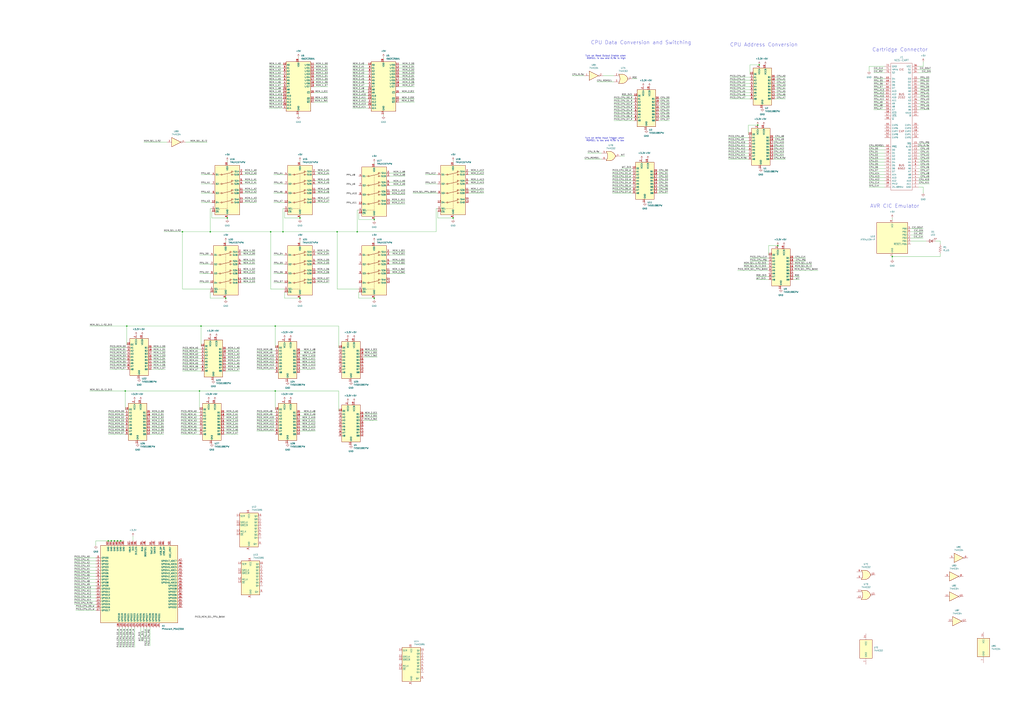
<source format=kicad_sch>
(kicad_sch (version 20250114) (generator "eeschema") (generator_version "9.0")
  (paper "A1")
  (text "AVR CIC Emulator" (at 734.822 169.418 0) (effects (font (size 3 3))))
  (text "CPU Address Conversion" (at 627.38 36.83 0) (effects (font (size 3 3))))
  (text "Cartridge Connector" (at 739.14 40.894 0) (effects (font (size 3 3))))
  (text "Turn on Write Input Trigger when \nROMSEL is low and R/!W is low" (at 497.078 114.554 0) (effects (font (size 1.27 1.27))))
  (text "CPU Data Conversion and Switching" (at 526.542 35.052 0) (effects (font (size 3 3))))
  (text "Turn on Read Output Enable when \nROMSEL is low and R/!W is high" (at 497.84 46.99 0) (effects (font (size 1.27 1.27))))
  (junction (at 732.79 210.82))
  (junction (at 222.25 190.5))
  (junction (at 93.98 444.5))
  (junction (at 226.06 267.97))
  (junction (at 102.87 321.31))
  (junction (at 622.3 102.87))
  (junction (at 91.44 444.5))
  (junction (at 307.34 245.11))
  (junction (at 293.37 190.5))
  (junction (at 307.34 180.34))
  (junction (at 246.38 245.11))
  (junction (at 88.9 444.5))
  (junction (at 638.81 201.93))
  (junction (at 172.72 190.5))
  (junction (at 232.41 190.5))
  (junction (at 185.42 245.11))
  (junction (at 226.06 321.31))
  (junction (at 149.86 190.5))
  (junction (at 276.86 190.5))
  (junction (at 99.06 444.5))
  (junction (at 163.83 321.31))
  (junction (at 246.38 179.07))
  (junction (at 623.57 53.34))
  (junction (at 165.1 267.97))
  (junction (at 372.11 179.07))
  (junction (at 104.14 267.97))
  (junction (at 96.52 444.5))
  (junction (at 186.69 179.07))
  (wire (pts (xy 610.87 217.17) (xy 631.19 217.17)))
  (wire (pts (xy 763.27 148.59) (xy 754.38 148.59)))
  (wire (pts (xy 289.56 53.34) (xy 302.26 53.34)))
  (wire (pts (xy 199.39 158.75) (xy 210.82 158.75)))
  (wire (pts (xy 148.59 346.71) (xy 163.83 346.71)))
  (wire (pts (xy 148.59 339.09) (xy 163.83 339.09)))
  (wire (pts (xy 614.68 102.87) (xy 622.3 102.87)))
  (wire (pts (xy 289.56 73.66) (xy 302.26 73.66)))
  (wire (pts (xy 118.11 515.62) (xy 118.11 527.05)))
  (wire (pts (xy 278.13 267.97) (xy 226.06 267.97)))
  (wire (pts (xy 104.14 267.97) (xy 104.14 283.21)))
  (wire (pts (xy 257.81 53.34) (xy 269.24 53.34)))
  (wire (pts (xy 246.38 300.99) (xy 259.08 300.99)))
  (wire (pts (xy 717.55 77.47) (xy 726.44 77.47)))
  (wire (pts (xy 320.04 149.86) (xy 332.74 149.86)))
  (wire (pts (xy 278.13 337.82) (xy 278.13 321.31)))
  (wire (pts (xy 148.59 354.33) (xy 163.83 354.33)))
  (wire (pts (xy 294.64 237.49) (xy 276.86 237.49)))
  (wire (pts (xy 198.12 232.41) (xy 209.55 232.41)))
  (wire (pts (xy 172.72 237.49) (xy 149.86 237.49)))
  (wire (pts (xy 763.27 133.35) (xy 754.38 133.35)))
  (wire (pts (xy 763.27 123.19) (xy 754.38 123.19)))
  (wire (pts (xy 754.38 153.67) (xy 758.19 153.67)))
  (wire (pts (xy 713.74 123.19) (xy 726.44 123.19)))
  (wire (pts (xy 327.66 60.96) (xy 340.36 60.96)))
  (wire (pts (xy 199.39 163.83) (xy 210.82 163.83)))
  (wire (pts (xy 713.74 125.73) (xy 726.44 125.73)))
  (wire (pts (xy 73.66 267.97) (xy 104.14 267.97)))
  (wire (pts (xy 124.46 288.29) (xy 135.89 288.29)))
  (wire (pts (xy 60.96 481.33) (xy 78.74 481.33)))
  (wire (pts (xy 548.64 151.13) (xy 539.75 151.13)))
  (wire (pts (xy 320.04 160.02) (xy 332.74 160.02)))
  (wire (pts (xy 327.66 81.28) (xy 340.36 81.28)))
  (wire (pts (xy 96.52 444.5) (xy 93.98 444.5)))
  (wire (pts (xy 645.16 81.28) (xy 636.27 81.28)))
  (wire (pts (xy 717.55 74.93) (xy 726.44 74.93)))
  (wire (pts (xy 651.51 222.25) (xy 671.83 222.25)))
  (wire (pts (xy 259.08 151.13) (xy 270.51 151.13)))
  (wire (pts (xy 631.19 209.55) (xy 631.19 201.93)))
  (wire (pts (xy 184.15 339.09) (xy 195.58 339.09)))
  (wire (pts (xy 598.17 115.57) (xy 614.68 115.57)))
  (wire (pts (xy 502.92 140.97) (xy 519.43 140.97)))
  (wire (pts (xy 60.96 486.41) (xy 78.74 486.41)))
  (wire (pts (xy 502.92 158.75) (xy 519.43 158.75)))
  (wire (pts (xy 60.96 463.55) (xy 78.74 463.55)))
  (wire (pts (xy 259.08 207.01) (xy 270.51 207.01)))
  (wire (pts (xy 713.74 120.65) (xy 726.44 120.65)))
  (wire (pts (xy 615.95 214.63) (xy 631.19 214.63)))
  (wire (pts (xy 199.39 156.21) (xy 210.82 156.21)))
  (wire (pts (xy 100.33 532.13) (xy 100.33 515.62)))
  (wire (pts (xy 763.27 120.65) (xy 754.38 120.65)))
  (wire (pts (xy 549.91 88.9) (xy 541.02 88.9)))
  (wire (pts (xy 90.17 290.83) (xy 104.14 290.83)))
  (wire (pts (xy 165.1 143.51) (xy 173.99 143.51)))
  (wire (pts (xy 233.68 179.07) (xy 246.38 179.07)))
  (wire (pts (xy 165.1 284.48) (xy 165.1 267.97)))
  (wire (pts (xy 259.08 158.75) (xy 270.51 158.75)))
  (wire (pts (xy 549.91 93.98) (xy 541.02 93.98)))
  (wire (pts (xy 651.51 229.87) (xy 656.59 229.87)))
  (wire (pts (xy 645.16 73.66) (xy 636.27 73.66)))
  (wire (pts (xy 124.46 295.91) (xy 135.89 295.91)))
  (wire (pts (xy 199.39 143.51) (xy 210.82 143.51)))
  (wire (pts (xy 148.59 351.79) (xy 163.83 351.79)))
  (wire (pts (xy 748.03 193.04) (xy 758.19 193.04)))
  (wire (pts (xy 490.22 67.31) (xy 504.19 67.31)))
  (wire (pts (xy 226.06 336.55) (xy 226.06 321.31)))
  (wire (pts (xy 184.15 351.79) (xy 195.58 351.79)))
  (wire (pts (xy 102.87 321.31) (xy 102.87 336.55)))
  (wire (pts (xy 149.86 190.5) (xy 149.86 237.49)))
  (wire (pts (xy 198.12 217.17) (xy 209.55 217.17)))
  (wire (pts (xy 102.87 321.31) (xy 73.66 321.31)))
  (wire (pts (xy 152.4 116.84) (xy 170.18 116.84)))
  (wire (pts (xy 358.14 171.45) (xy 358.14 190.5)))
  (wire (pts (xy 327.66 71.12) (xy 340.36 71.12)))
  (wire (pts (xy 210.82 341.63) (xy 226.06 341.63)))
  (wire (pts (xy 88.9 349.25) (xy 102.87 349.25)))
  (wire (pts (xy 748.03 195.58) (xy 758.19 195.58)))
  (wire (pts (xy 615.95 212.09) (xy 631.19 212.09)))
  (wire (pts (xy 198.12 209.55) (xy 209.55 209.55)))
  (wire (pts (xy 185.42 292.1) (xy 196.85 292.1)))
  (wire (pts (xy 210.82 288.29) (xy 226.06 288.29)))
  (wire (pts (xy 199.39 166.37) (xy 210.82 166.37)))
  (wire (pts (xy 78.74 444.5) (xy 78.74 448.31)))
  (wire (pts (xy 504.19 88.9) (xy 520.7 88.9)))
  (wire (pts (xy 289.56 81.28) (xy 302.26 81.28)))
  (wire (pts (xy 645.16 71.12) (xy 636.27 71.12)))
  (wire (pts (xy 186.69 132.08) (xy 186.69 133.35)))
  (wire (pts (xy 210.82 354.33) (xy 226.06 354.33)))
  (wire (pts (xy 246.38 295.91) (xy 259.08 295.91)))
  (wire (pts (xy 60.96 468.63) (xy 78.74 468.63)))
  (wire (pts (xy 220.98 86.36) (xy 232.41 86.36)))
  (wire (pts (xy 198.12 214.63) (xy 209.55 214.63)))
  (wire (pts (xy 763.27 128.27) (xy 754.38 128.27)))
  (wire (pts (xy 224.79 143.51) (xy 233.68 143.51)))
  (wire (pts (xy 257.81 66.04) (xy 269.24 66.04)))
  (wire (pts (xy 91.44 444.5) (xy 88.9 444.5)))
  (wire (pts (xy 645.16 78.74) (xy 636.27 78.74)))
  (wire (pts (xy 314.96 93.98) (xy 314.96 95.25)))
  (wire (pts (xy 226.06 321.31) (xy 163.83 321.31)))
  (wire (pts (xy 149.86 287.02) (xy 165.1 287.02)))
  (wire (pts (xy 149.86 292.1) (xy 165.1 292.1)))
  (wire (pts (xy 758.19 153.67) (xy 758.19 158.75)))
  (wire (pts (xy 289.56 58.42) (xy 302.26 58.42)))
  (wire (pts (xy 599.44 71.12) (xy 615.95 71.12)))
  (wire (pts (xy 298.45 290.83) (xy 309.88 290.83)))
  (wire (pts (xy 88.9 356.87) (xy 102.87 356.87)))
  (wire (pts (xy 548.64 143.51) (xy 539.75 143.51)))
  (wire (pts (xy 123.19 515.62) (xy 123.19 530.86)))
  (wire (pts (xy 220.98 58.42) (xy 232.41 58.42)))
  (wire (pts (xy 257.81 58.42) (xy 269.24 58.42)))
  (wire (pts (xy 754.38 90.17) (xy 763.27 90.17)))
  (wire (pts (xy 384.81 158.75) (xy 397.51 158.75)))
  (wire (pts (xy 60.96 494.03) (xy 78.74 494.03)))
  (wire (pts (xy 184.15 354.33) (xy 195.58 354.33)))
  (wire (pts (xy 635 123.19) (xy 643.89 123.19)))
  (wire (pts (xy 635 130.81) (xy 645.16 130.81)))
  (wire (pts (xy 548.64 148.59) (xy 539.75 148.59)))
  (wire (pts (xy 198.12 229.87) (xy 209.55 229.87)))
  (wire (pts (xy 222.25 190.5) (xy 172.72 190.5)))
  (wire (pts (xy 763.27 151.13) (xy 754.38 151.13)))
  (wire (pts (xy 598.17 118.11) (xy 614.68 118.11)))
  (wire (pts (xy 717.55 80.01) (xy 726.44 80.01)))
  (wire (pts (xy 124.46 285.75) (xy 135.89 285.75)))
  (wire (pts (xy 186.69 179.07) (xy 186.69 180.34)))
  (wire (pts (xy 289.56 60.96) (xy 302.26 60.96)))
  (wire (pts (xy 384.81 156.21) (xy 397.51 156.21)))
  (wire (pts (xy 754.38 59.69) (xy 764.54 59.69)))
  (wire (pts (xy 523.24 64.77) (xy 519.43 64.77)))
  (wire (pts (xy 246.38 339.09) (xy 259.08 339.09)))
  (wire (pts (xy 713.74 151.13) (xy 726.44 151.13)))
  (wire (pts (xy 717.55 82.55) (xy 726.44 82.55)))
  (wire (pts (xy 88.9 346.71) (xy 102.87 346.71)))
  (wire (pts (xy 754.38 72.39) (xy 763.27 72.39)))
  (wire (pts (xy 359.41 179.07) (xy 372.11 179.07)))
  (wire (pts (xy 226.06 285.75) (xy 226.06 267.97)))
  (wire (pts (xy 651.51 217.17) (xy 666.75 217.17)))
  (wire (pts (xy 732.79 210.82) (xy 732.79 213.36)))
  (wire (pts (xy 124.46 300.99) (xy 135.89 300.99)))
  (wire (pts (xy 257.81 83.82) (xy 269.24 83.82)))
  (wire (pts (xy 549.91 91.44) (xy 541.02 91.44)))
  (wire (pts (xy 307.34 198.12) (xy 307.34 199.39)))
  (wire (pts (xy 294.64 245.11) (xy 307.34 245.11)))
  (wire (pts (xy 327.66 58.42) (xy 340.36 58.42)))
  (wire (pts (xy 298.45 340.36) (xy 309.88 340.36)))
  (wire (pts (xy 726.44 54.61) (xy 713.74 54.61)))
  (wire (pts (xy 123.19 349.25) (xy 134.62 349.25)))
  (wire (pts (xy 327.66 66.04) (xy 340.36 66.04)))
  (wire (pts (xy 246.38 179.07) (xy 246.38 180.34)))
  (wire (pts (xy 298.45 293.37) (xy 309.88 293.37)))
  (wire (pts (xy 717.55 85.09) (xy 726.44 85.09)))
  (wire (pts (xy 327.66 55.88) (xy 340.36 55.88)))
  (wire (pts (xy 754.38 64.77) (xy 763.27 64.77)))
  (wire (pts (xy 717.55 57.15) (xy 726.44 57.15)))
  (wire (pts (xy 289.56 86.36) (xy 302.26 86.36)))
  (wire (pts (xy 90.17 295.91) (xy 104.14 295.91)))
  (wire (pts (xy 123.19 354.33) (xy 134.62 354.33)))
  (wire (pts (xy 210.82 346.71) (xy 226.06 346.71)))
  (wire (pts (xy 184.15 346.71) (xy 195.58 346.71)))
  (wire (pts (xy 107.95 532.13) (xy 107.95 515.62)))
  (wire (pts (xy 99.06 444.5) (xy 96.52 444.5)))
  (wire (pts (xy 635 128.27) (xy 643.89 128.27)))
  (wire (pts (xy 651.51 214.63) (xy 661.67 214.63)))
  (wire (pts (xy 320.04 224.79) (xy 332.74 224.79)))
  (wire (pts (xy 549.91 96.52) (xy 541.02 96.52)))
  (wire (pts (xy 60.96 471.17) (xy 78.74 471.17)))
  (wire (pts (xy 60.96 466.09) (xy 78.74 466.09)))
  (wire (pts (xy 257.81 55.88) (xy 269.24 55.88)))
  (wire (pts (xy 549.91 83.82) (xy 541.02 83.82)))
  (wire (pts (xy 754.38 69.85) (xy 763.27 69.85)))
  (wire (pts (xy 754.38 82.55) (xy 763.27 82.55)))
  (wire (pts (xy 713.74 133.35) (xy 726.44 133.35)))
  (wire (pts (xy 90.17 293.37) (xy 104.14 293.37)))
  (wire (pts (xy 320.04 165.1) (xy 332.74 165.1)))
  (wire (pts (xy 210.82 290.83) (xy 226.06 290.83)))
  (wire (pts (xy 246.38 290.83) (xy 259.08 290.83)))
  (wire (pts (xy 504.19 91.44) (xy 520.7 91.44)))
  (wire (pts (xy 713.74 54.61) (xy 713.74 58.42)))
  (wire (pts (xy 210.82 300.99) (xy 226.06 300.99)))
  (wire (pts (xy 90.17 298.45) (xy 104.14 298.45)))
  (wire (pts (xy 320.04 217.17) (xy 332.74 217.17)))
  (wire (pts (xy 257.81 60.96) (xy 269.24 60.96)))
  (wire (pts (xy 772.16 198.12) (xy 772.16 200.66)))
  (wire (pts (xy 101.6 444.5) (xy 99.06 444.5)))
  (wire (pts (xy 713.74 146.05) (xy 726.44 146.05)))
  (wire (pts (xy 259.08 156.21) (xy 270.51 156.21)))
  (wire (pts (xy 289.56 78.74) (xy 302.26 78.74)))
  (wire (pts (xy 259.08 209.55) (xy 270.51 209.55)))
  (wire (pts (xy 298.45 345.44) (xy 309.88 345.44)))
  (wire (pts (xy 717.55 90.17) (xy 726.44 90.17)))
  (wire (pts (xy 165.1 166.37) (xy 173.99 166.37)))
  (wire (pts (xy 372.11 179.07) (xy 372.11 180.34)))
  (wire (pts (xy 90.17 288.29) (xy 104.14 288.29)))
  (wire (pts (xy 748.03 190.5) (xy 758.19 190.5)))
  (wire (pts (xy 185.42 289.56) (xy 196.85 289.56)))
  (wire (pts (xy 220.98 71.12) (xy 232.41 71.12)))
  (wire (pts (xy 149.86 302.26) (xy 165.1 302.26)))
  (wire (pts (xy 359.41 171.45) (xy 358.14 171.45)))
  (wire (pts (xy 210.82 351.79) (xy 226.06 351.79)))
  (wire (pts (xy 289.56 55.88) (xy 302.26 55.88)))
  (wire (pts (xy 307.34 180.34) (xy 307.34 181.61)))
  (wire (pts (xy 88.9 344.17) (xy 102.87 344.17)))
  (wire (pts (xy 502.92 148.59) (xy 519.43 148.59)))
  (wire (pts (xy 173.99 179.07) (xy 186.69 179.07)))
  (wire (pts (xy 220.98 73.66) (xy 232.41 73.66)))
  (wire (pts (xy 754.38 74.93) (xy 763.27 74.93)))
  (wire (pts (xy 123.19 344.17) (xy 134.62 344.17)))
  (wire (pts (xy 307.34 245.11) (xy 307.34 246.38)))
  (wire (pts (xy 88.9 354.33) (xy 102.87 354.33)))
  (wire (pts (xy 210.82 349.25) (xy 226.06 349.25)))
  (wire (pts (xy 289.56 88.9) (xy 302.26 88.9)))
  (wire (pts (xy 232.41 190.5) (xy 222.25 190.5)))
  (wire (pts (xy 495.3 62.23) (xy 504.19 62.23)))
  (wire (pts (xy 713.74 143.51) (xy 726.44 143.51)))
  (wire (pts (xy 635 125.73) (xy 643.89 125.73)))
  (wire (pts (xy 163.83 336.55) (xy 163.83 321.31)))
  (wire (pts (xy 165.1 267.97) (xy 226.06 267.97)))
  (wire (pts (xy 289.56 68.58) (xy 302.26 68.58)))
  (wire (pts (xy 549.91 99.06) (xy 541.02 99.06)))
  (wire (pts (xy 259.08 140.97) (xy 270.51 140.97)))
  (wire (pts (xy 726.44 64.77) (xy 717.55 64.77)))
  (wire (pts (xy 482.6 125.73) (xy 494.03 125.73)))
  (wire (pts (xy 713.74 140.97) (xy 726.44 140.97)))
  (wire (pts (xy 298.45 342.9) (xy 309.88 342.9)))
  (wire (pts (xy 259.08 222.25) (xy 270.51 222.25)))
  (wire (pts (xy 60.96 496.57) (xy 78.74 496.57)))
  (wire (pts (xy 245.11 46.99) (xy 245.11 48.26)))
  (wire (pts (xy 60.96 476.25) (xy 78.74 476.25)))
  (wire (pts (xy 220.98 83.82) (xy 232.41 83.82)))
  (wire (pts (xy 149.86 294.64) (xy 165.1 294.64)))
  (wire (pts (xy 233.68 171.45) (xy 232.41 171.45)))
  (wire (pts (xy 320.04 207.01) (xy 332.74 207.01)))
  (wire (pts (xy 754.38 57.15) (xy 764.54 57.15)))
  (wire (pts (xy 307.34 133.35) (xy 307.34 134.62)))
  (wire (pts (xy 224.79 224.79) (xy 233.68 224.79)))
  (wire (pts (xy 198.12 207.01) (xy 209.55 207.01)))
  (wire (pts (xy 233.68 245.11) (xy 246.38 245.11)))
  (wire (pts (xy 220.98 53.34) (xy 232.41 53.34)))
  (wire (pts (xy 259.08 166.37) (xy 270.51 166.37)))
  (wire (pts (xy 149.86 289.56) (xy 165.1 289.56)))
  (wire (pts (xy 713.74 130.81) (xy 726.44 130.81)))
  (wire (pts (xy 210.82 344.17) (xy 226.06 344.17)))
  (wire (pts (xy 726.44 67.31) (xy 717.55 67.31)))
  (wire (pts (xy 772.16 210.82) (xy 732.79 210.82)))
  (wire (pts (xy 90.17 300.99) (xy 104.14 300.99)))
  (wire (pts (xy 621.03 227.33) (xy 631.19 227.33)))
  (wire (pts (xy 548.64 156.21) (xy 539.75 156.21)))
  (wire (pts (xy 294.64 172.72) (xy 293.37 172.72)))
  (wire (pts (xy 631.19 201.93) (xy 638.81 201.93)))
  (wire (pts (xy 246.38 349.25) (xy 259.08 349.25)))
  (wire (pts (xy 198.12 222.25) (xy 209.55 222.25)))
  (wire (pts (xy 224.79 151.13) (xy 233.68 151.13)))
  (wire (pts (xy 598.17 120.65) (xy 614.68 120.65)))
  (wire (pts (xy 289.56 76.2) (xy 302.26 76.2)))
  (wire (pts (xy 599.44 76.2) (xy 615.95 76.2)))
  (wire (pts (xy 220.98 88.9) (xy 232.41 88.9)))
  (wire (pts (xy 763.27 143.51) (xy 754.38 143.51)))
  (wire (pts (xy 294.64 240.03) (xy 294.64 245.11)))
  (wire (pts (xy 220.98 55.88) (xy 232.41 55.88)))
  (wire (pts (xy 232.41 190.5) (xy 276.86 190.5)))
  (wire (pts (xy 772.16 208.28) (xy 772.16 210.82)))
  (wire (pts (xy 149.86 304.8) (xy 165.1 304.8)))
  (wire (pts (xy 327.66 83.82) (xy 340.36 83.82)))
  (wire (pts (xy 294.64 180.34) (xy 307.34 180.34)))
  (wire (pts (xy 210.82 298.45) (xy 226.06 298.45)))
  (wire (pts (xy 754.38 87.63) (xy 763.27 87.63)))
  (wire (pts (xy 246.38 198.12) (xy 246.38 199.39)))
  (wire (pts (xy 513.08 128.27) (xy 509.27 128.27)))
  (wire (pts (xy 504.19 81.28) (xy 520.7 81.28)))
  (wire (pts (xy 257.81 68.58) (xy 269.24 68.58)))
  (wire (pts (xy 124.46 293.37) (xy 135.89 293.37)))
  (wire (pts (xy 643.89 113.03) (xy 635 113.03)))
  (wire (pts (xy 246.38 132.08) (xy 246.38 133.35)))
  (wire (pts (xy 88.9 341.63) (xy 102.87 341.63)))
  (wire (pts (xy 763.27 130.81) (xy 754.38 130.81)))
  (wire (pts (xy 384.81 151.13) (xy 397.51 151.13)))
  (wire (pts (xy 504.19 96.52) (xy 520.7 96.52)))
  (wire (pts (xy 102.87 532.13) (xy 102.87 515.62)))
  (wire (pts (xy 149.86 297.18) (xy 165.1 297.18)))
  (wire (pts (xy 185.42 294.64) (xy 196.85 294.64)))
  (wire (pts (xy 163.83 321.31) (xy 102.87 321.31)))
  (wire (pts (xy 384.81 148.59) (xy 397.51 148.59)))
  (wire (pts (xy 233.68 237.49) (xy 222.25 237.49)))
  (wire (pts (xy 246.38 351.79) (xy 259.08 351.79)))
  (wire (pts (xy 184.15 344.17) (xy 195.58 344.17)))
  (wire (pts (xy 62.23 499.11) (xy 78.74 499.11)))
  (wire (pts (xy 384.81 143.51) (xy 397.51 143.51)))
  (wire (pts (xy 320.04 144.78) (xy 332.74 144.78)))
  (wire (pts (xy 643.89 120.65) (xy 635 120.65)))
  (wire (pts (xy 224.79 217.17) (xy 233.68 217.17)))
  (wire (pts (xy 754.38 77.47) (xy 763.27 77.47)))
  (wire (pts (xy 643.89 118.11) (xy 635 118.11)))
  (wire (pts (xy 598.17 123.19) (xy 614.68 123.19)))
  (wire (pts (xy 502.92 146.05) (xy 519.43 146.05)))
  (wire (pts (xy 246.38 298.45) (xy 259.08 298.45)))
  (wire (pts (xy 257.81 81.28) (xy 269.24 81.28)))
  (wire (pts (xy 185.42 245.11) (xy 185.42 246.38)))
  (wire (pts (xy 259.08 148.59) (xy 270.51 148.59)))
  (wire (pts (xy 763.27 118.11) (xy 754.38 118.11)))
  (wire (pts (xy 163.83 209.55) (xy 172.72 209.55)))
  (wire (pts (xy 88.9 444.5) (xy 78.74 444.5)))
  (wire (pts (xy 233.68 240.03) (xy 233.68 245.11)))
  (wire (pts (xy 754.38 67.31) (xy 763.27 67.31)))
  (wire (pts (xy 60.96 488.95) (xy 78.74 488.95)))
  (wire (pts (xy 220.98 60.96) (xy 232.41 60.96)))
  (wire (pts (xy 754.38 85.09) (xy 763.27 85.09)))
  (wire (pts (xy 104.14 267.97) (xy 165.1 267.97)))
  (wire (pts (xy 172.72 245.11) (xy 185.42 245.11)))
  (wire (pts (xy 717.55 59.69) (xy 726.44 59.69)))
  (wire (pts (xy 763.27 135.89) (xy 754.38 135.89)))
  (wire (pts (xy 123.19 341.63) (xy 134.62 341.63)))
  (wire (pts (xy 748.03 187.96) (xy 758.19 187.96)))
  (wire (pts (xy 199.39 140.97) (xy 210.82 140.97)))
  (wire (pts (xy 293.37 172.72) (xy 293.37 190.5)))
  (wire (pts (xy 148.59 344.17) (xy 163.83 344.17)))
  (wire (pts (xy 220.98 76.2) (xy 232.41 76.2)))
  (wire (pts (xy 504.19 99.06) (xy 520.7 99.06)))
  (wire (pts (xy 118.11 116.84) (xy 137.16 116.84)))
  (wire (pts (xy 726.44 69.85) (xy 717.55 69.85)))
  (wire (pts (xy 97.79 532.13) (xy 97.79 515.62)))
  (wire (pts (xy 758.19 50.8) (xy 758.19 54.61)))
  (wire (pts (xy 198.12 224.79) (xy 209.55 224.79)))
  (wire (pts (xy 224.79 158.75) (xy 233.68 158.75)))
  (wire (pts (xy 134.62 190.5) (xy 149.86 190.5)))
  (wire (pts (xy 109.22 440.69) (xy 109.22 444.5)))
  (wire (pts (xy 548.64 146.05) (xy 539.75 146.05)))
  (wire (pts (xy 510.54 138.43) (xy 519.43 138.43)))
  (wire (pts (xy 124.46 298.45) (xy 135.89 298.45)))
  (wire (pts (xy 220.98 81.28) (xy 232.41 81.28)))
  (wire (pts (xy 327.66 53.34) (xy 340.36 53.34)))
  (wire (pts (xy 599.44 78.74) (xy 615.95 78.74)))
  (wire (pts (xy 294.64 175.26) (xy 294.64 180.34)))
  (wire (pts (xy 758.19 54.61) (xy 754.38 54.61)))
  (wire (pts (xy 124.46 290.83) (xy 135.89 290.83)))
  (wire (pts (xy 199.39 151.13) (xy 210.82 151.13)))
  (wire (pts (xy 232.41 171.45) (xy 232.41 190.5)))
  (wire (pts (xy 615.95 53.34) (xy 623.57 53.34)))
  (wire (pts (xy 173.99 173.99) (xy 173.99 179.07)))
  (wire (pts (xy 124.46 303.53) (xy 135.89 303.53)))
  (wire (pts (xy 123.19 351.79) (xy 134.62 351.79)))
  (wire (pts (xy 320.04 222.25) (xy 332.74 222.25)))
  (wire (pts (xy 599.44 63.5) (xy 615.95 63.5)))
  (wire (pts (xy 224.79 209.55) (xy 233.68 209.55)))
  (wire (pts (xy 165.1 158.75) (xy 173.99 158.75)))
  (wire (pts (xy 246.38 346.71) (xy 259.08 346.71)))
  (wire (pts (xy 220.98 63.5) (xy 232.41 63.5)))
  (wire (pts (xy 349.25 143.51) (xy 359.41 143.51)))
  (wire (pts (xy 246.38 344.17) (xy 259.08 344.17)))
  (wire (pts (xy 548.64 140.97) (xy 539.75 140.97)))
  (wire (pts (xy 185.42 198.12) (xy 185.42 199.39)))
  (wire (pts (xy 599.44 73.66) (xy 615.95 73.66)))
  (wire (pts (xy 163.83 232.41) (xy 172.72 232.41)))
  (wire (pts (xy 599.44 81.28) (xy 615.95 81.28)))
  (wire (pts (xy 713.74 128.27) (xy 726.44 128.27)))
  (wire (pts (xy 298.45 288.29) (xy 309.88 288.29)))
  (wire (pts (xy 598.17 128.27) (xy 614.68 128.27)))
  (wire (pts (xy 259.08 224.79) (xy 270.51 224.79)))
  (wire (pts (xy 289.56 71.12) (xy 302.26 71.12)))
  (wire (pts (xy 224.79 166.37) (xy 233.68 166.37)))
  (wire (pts (xy 726.44 72.39) (xy 717.55 72.39)))
  (wire (pts (xy 504.19 83.82) (xy 520.7 83.82)))
  (wire (pts (xy 548.64 158.75) (xy 539.75 158.75)))
  (wire (pts (xy 598.17 130.81) (xy 614.68 130.81)))
  (wire (pts (xy 349.25 151.13) (xy 359.41 151.13)))
  (wire (pts (xy 123.19 356.87) (xy 134.62 356.87)))
  (wire (pts (xy 598.17 113.03) (xy 614.68 113.03)))
  (wire (pts (xy 172.72 171.45) (xy 173.99 171.45)))
  (wire (pts (xy 763.27 146.05) (xy 754.38 146.05)))
  (wire (pts (xy 148.59 356.87) (xy 163.83 356.87)))
  (wire (pts (xy 165.1 151.13) (xy 173.99 151.13)))
  (wire (pts (xy 289.56 66.04) (xy 302.26 66.04)))
  (wire (pts (xy 763.27 138.43) (xy 754.38 138.43)))
  (wire (pts (xy 314.96 46.99) (xy 314.96 48.26)))
  (wire (pts (xy 504.19 93.98) (xy 520.7 93.98)))
  (wire (pts (xy 327.66 76.2) (xy 340.36 76.2)))
  (wire (pts (xy 246.38 288.29) (xy 259.08 288.29)))
  (wire (pts (xy 651.51 227.33) (xy 656.59 227.33)))
  (wire (pts (xy 320.04 157.48) (xy 332.74 157.48)))
  (wire (pts (xy 120.65 515.62) (xy 120.65 530.86)))
  (wire (pts (xy 115.57 515.62) (xy 115.57 527.05)))
  (wire (pts (xy 222.25 237.49) (xy 222.25 190.5)))
  (wire (pts (xy 259.08 232.41) (xy 270.51 232.41)))
  (wire (pts (xy 123.19 346.71) (xy 134.62 346.71)))
  (wire (pts (xy 621.03 229.87) (xy 631.19 229.87)))
  (wire (pts (xy 651.51 212.09) (xy 661.67 212.09)))
  (wire (pts (xy 645.16 66.04) (xy 636.27 66.04)))
  (wire (pts (xy 185.42 287.02) (xy 196.85 287.02)))
  (wire (pts (xy 320.04 142.24) (xy 332.74 142.24)))
  (wire (pts (xy 184.15 349.25) (xy 195.58 349.25)))
  (wire (pts (xy 763.27 140.97) (xy 754.38 140.97)))
  (wire (pts (xy 163.83 217.17) (xy 172.72 217.17)))
  (wire (pts (xy 90.17 285.75) (xy 104.14 285.75)))
  (wire (pts (xy 257.81 63.5) (xy 269.24 63.5)))
  (wire (pts (xy 359.41 173.99) (xy 359.41 179.07)))
  (wire (pts (xy 259.08 163.83) (xy 270.51 163.83)))
  (wire (pts (xy 278.13 285.75) (xy 278.13 267.97)))
  (wire (pts (xy 713.74 135.89) (xy 726.44 135.89)))
  (wire (pts (xy 148.59 349.25) (xy 163.83 349.25)))
  (wire (pts (xy 768.35 198.12) (xy 772.16 198.12)))
  (wire (pts (xy 259.08 214.63) (xy 270.51 214.63)))
  (wire (pts (xy 246.38 245.11) (xy 246.38 246.38)))
  (wire (pts (xy 748.03 198.12) (xy 760.73 198.12)))
  (wire (pts (xy 210.82 339.09) (xy 226.06 339.09)))
  (wire (pts (xy 480.06 130.81) (xy 494.03 130.81)))
  (wire (pts (xy 149.86 190.5) (xy 172.72 190.5)))
  (wire (pts (xy 210.82 293.37) (xy 226.06 293.37)))
  (wire (pts (xy 199.39 148.59) (xy 210.82 148.59)))
  (wire (pts (xy 233.68 173.99) (xy 233.68 179.07)))
  (wire (pts (xy 502.92 151.13) (xy 519.43 151.13)))
  (wire (pts (xy 645.16 63.5) (xy 636.27 63.5)))
  (wire (pts (xy 148.59 341.63) (xy 163.83 341.63)))
  (wire (pts (xy 88.9 351.79) (xy 102.87 351.79)))
  (wire (pts (xy 257.81 71.12) (xy 269.24 71.12)))
  (wire (pts (xy 320.04 167.64) (xy 332.74 167.64)))
  (wire (pts (xy 60.96 478.79) (xy 78.74 478.79)))
  (wire (pts (xy 548.64 153.67) (xy 539.75 153.67)))
  (wire (pts (xy 651.51 219.71) (xy 666.75 219.71)))
  (wire (pts (xy 372.11 132.08) (xy 372.11 133.35)))
  (wire (pts (xy 320.04 214.63) (xy 332.74 214.63)))
  (wire (pts (xy 110.49 532.13) (xy 110.49 515.62)))
  (wire (pts (xy 257.81 76.2) (xy 269.24 76.2)))
  (wire (pts (xy 224.79 232.41) (xy 233.68 232.41)))
  (wire (pts (xy 615.95 60.96) (xy 615.95 53.34)))
  (wire (pts (xy 123.19 339.09) (xy 134.62 339.09)))
  (wire (pts (xy 763.27 125.73) (xy 754.38 125.73)))
  (wire (pts (xy 259.08 217.17) (xy 270.51 217.17)))
  (wire (pts (xy 605.79 222.25) (xy 631.19 222.25)))
  (wire (pts (xy 210.82 295.91) (xy 226.06 295.91)))
  (wire (pts (xy 713.74 153.67) (xy 726.44 153.67)))
  (wire (pts (xy 60.96 483.87) (xy 78.74 483.87)))
  (wire (pts (xy 276.86 190.5) (xy 293.37 190.5)))
  (wire (pts (xy 93.98 444.5) (xy 91.44 444.5)))
  (wire (pts (xy 713.74 138.43) (xy 726.44 138.43)))
  (wire (pts (xy 754.38 80.01) (xy 763.27 80.01)))
  (wire (pts (xy 246.38 303.53) (xy 259.08 303.53)))
  (wire (pts (xy 185.42 302.26) (xy 196.85 302.26)))
  (wire (pts (xy 163.83 224.79) (xy 172.72 224.79)))
  (wire (pts (xy 614.68 110.49) (xy 614.68 102.87)))
  (wire (pts (xy 339.09 158.75) (xy 359.41 158.75)))
  (wire (pts (xy 246.38 341.63) (xy 259.08 341.63)))
  (wire (pts (xy 184.15 356.87) (xy 195.58 356.87)))
  (wire (pts (xy 384.81 140.97) (xy 397.51 140.97)))
  (wire (pts (xy 185.42 297.18) (xy 196.85 297.18)))
  (wire (pts (xy 172.72 240.03) (xy 172.72 245.11)))
  (wire (pts (xy 246.38 354.33) (xy 259.08 354.33)))
  (wire (pts (xy 598.17 125.73) (xy 614.68 125.73)))
  (wire (pts (xy 320.04 209.55) (xy 332.74 209.55)))
  (wire (pts (xy 259.08 143.51) (xy 270.51 143.51)))
  (wire (pts (xy 105.41 532.13) (xy 105.41 515.62)))
  (wire (pts (xy 599.44 68.58) (xy 615.95 68.58)))
  (wire (pts (xy 246.38 293.37) (xy 259.08 293.37)))
  (wire (pts (xy 60.96 473.71) (xy 78.74 473.71)))
  (wire (pts (xy 62.23 501.65) (xy 78.74 501.65)))
  (wire (pts (xy 276.86 237.49) (xy 276.86 190.5)))
  (wire (pts (xy 469.9 62.23) (xy 480.06 62.23)))
  (wire (pts (xy 293.37 190.5) (xy 358.14 190.5)))
  (wire (pts (xy 502.92 143.51) (xy 519.43 143.51)))
  (wire (pts (xy 245.11 93.98) (xy 245.11 95.25)))
  (wire (pts (xy 713.74 148.59) (xy 726.44 148.59)))
  (wire (pts (xy 220.98 66.04) (xy 232.41 66.04)))
  (wire (pts (xy 210.82 303.53) (xy 226.06 303.53)))
  (wire (pts (xy 502.92 156.21) (xy 519.43 156.21)))
  (wire (pts (xy 504.19 86.36) (xy 520.7 86.36)))
  (wire (pts (xy 149.86 299.72) (xy 165.1 299.72)))
  (wire (pts (xy 510.54 78.74) (xy 520.7 78.74)))
  (wire (pts (xy 320.04 152.4) (xy 332.74 152.4)))
  (wire (pts (xy 184.15 341.63) (xy 195.58 341.63)))
  (wire (pts (xy 289.56 63.5) (xy 302.26 63.5)))
  (wire (pts (xy 289.56 83.82) (xy 302.26 83.82)))
  (wire (pts (xy 60.96 458.47) (xy 78.74 458.47)))
  (wire (pts (xy 610.87 219.71) (xy 631.19 219.71)))
  (wire (pts (xy 220.98 78.74) (xy 232.41 78.74)))
  (wire (pts (xy 278.13 321.31) (xy 226.06 321.31)))
  (wire (pts (xy 220.98 68.58) (xy 232.41 68.58)))
  (wire (pts (xy 732.79 179.07) (xy 732.79 180.34)))
  (wire (pts (xy 645.16 68.58) (xy 636.27 68.58)))
  (wire (pts (xy 717.55 87.63) (xy 726.44 87.63)))
  (wire (pts (xy 185.42 299.72) (xy 196.85 299.72)))
  (wire (pts (xy 502.92 153.67) (xy 519.43 153.67)))
  (wire (pts (xy 172.72 190.5) (xy 172.72 171.45)))
  (wire (pts (xy 327.66 68.58) (xy 340.36 68.58)))
  (wire (pts (xy 645.16 76.2) (xy 636.27 76.2)))
  (wire (pts (xy 185.42 304.8) (xy 196.85 304.8)))
  (wire (pts (xy 327.66 63.5) (xy 340.36 63.5)))
  (wire (pts (xy 599.44 66.04) (xy 615.95 66.04)))
  (wire (pts (xy 643.89 115.57) (xy 635 115.57)))
  (wire (pts (xy 549.91 86.36) (xy 541.02 86.36)))
  (wire (pts (xy 60.96 491.49) (xy 78.74 491.49)))
  (wire (pts (xy 60.96 461.01) (xy 78.74 461.01)))
  (wire (pts (xy 259.08 229.87) (xy 270.51 229.87)))
  (wire (pts (xy 549.91 81.28) (xy 541.02 81.28)))
  (wire (pts (xy 90.17 303.53) (xy 104.14 303.53)))
  (wire (pts (xy 88.9 339.09) (xy 102.87 339.09)))
  (label "PICO_MEM_A11" (at 210.82 346.71 0))
  (label "PICO_MEM_A13" (at 210.82 351.79 0))
  (label "PICO_CPU_A12" (at 60.96 488.95 0))
  (label "MEM_2_D3" (at 209.55 232.41 180))
  (label "PICO_MEM_D3" (at 88.9 346.71 0))
  (label "PICO_CPU_CLK" (at 120.65 530.86 90))
  (label "PICO_CPU_A12" (at 598.17 123.19 0))
  (label "PPU_D0" (at 163.83 209.55 0))
  (label "MEM_2_D6" (at 134.62 354.33 180))
  (label "CPU_A3" (at 645.16 71.12 180))
  (label "PICO_MEM_A10" (at 210.82 344.17 0))
  (label "PICO_CPU_A10" (at 598.17 118.11 0))
  (label "MEM_2_D1" (at 209.55 217.17 180))
  (label "CIC_CLK" (at 758.19 195.58 180))
  (label "CPU_ROMSEL" (at 480.06 130.81 0))
  (label "PPU_D6" (at 224.79 224.79 0))
  (label "CIC_DOUT" (at 764.54 57.15 180))
  (label "MEM_2_D2" (at 209.55 224.79 180))
  (label "MEM_1_!OE" (at 269.24 81.28 180))
  (label "CPU_D1" (at 548.64 143.51 180))
  (label "PICO_MEM_A6" (at 148.59 354.33 0))
  (label "CPU_D0" (at 548.64 140.97 180))
  (label "CPU_A4" (at 645.16 73.66 180))
  (label "MEM_1_A5" (at 196.85 299.72 180))
  (label "MEM_1_!CE" (at 309.88 288.29 180))
  (label "MEM_1_A4" (at 196.85 297.18 180))
  (label "MEM_SEL_!1{slash}2" (at 666.75 219.71 180))
  (label "PPU_D0" (at 763.27 72.39 180))
  (label "PICO_MEM_SEL_PPU_BANK" (at 160.02 508 0))
  (label "PICO_MEM_SEL_PPU_BANK" (at 605.79 222.25 0))
  (label "PICO_CPU_D1_R" (at 504.19 83.82 0))
  (label "CPU_A6" (at 645.16 78.74 180))
  (label "MEM_2_!WE" (at 340.36 83.82 180))
  (label "PICO_CPU_D4_R" (at 504.19 91.44 0))
  (label "PICO_CPU_A14" (at 60.96 494.03 0))
  (label "CPU_A10" (at 643.89 118.11 180))
  (label "PICO_CPU_D1_W" (at 502.92 143.51 0))
  (label "CPU_A6" (at 763.27 138.43 180))
  (label "PPU_A2" (at 165.1 158.75 0))
  (label "PICO_MEM_A2" (at 148.59 344.17 0))
  (label "PICO_CPU_A2" (at 60.96 463.55 0))
  (label "PICO_CPU_D5_W" (at 502.92 153.67 0))
  (label "MEM_1_A8" (at 332.74 142.24 180))
  (label "CPU_A5" (at 645.16 76.2 180))
  (label "MEM_1_A14" (at 259.08 303.53 180))
  (label "CPU_R{slash}!W" (at 482.6 125.73 0))
  (label "PICO_CPU_R{slash}!W" (at 60.96 496.57 0))
  (label "PPU_A4" (at 763.27 85.09 180))
  (label "PICO_CPU_A1" (at 60.96 461.01 0))
  (label "SYS_CLK" (at 713.74 153.67 0))
  (label "MEM_2_A7" (at 195.58 356.87 180))
  (label "WIT" (at 513.08 128.27 180))
  (label "MEM_1_D4" (at 135.89 295.91 180))
  (label "PICO_CPU_A4" (at 599.44 73.66 0))
  (label "PICO_MEM_A9" (at 210.82 341.63 0))
  (label "MEM_2_A3" (at 210.82 166.37 180))
  (label "CPU_D2" (at 713.74 128.27 0))
  (label "PICO_CPU_A5" (at 599.44 76.2 0))
  (label "MEM_1_A10" (at 259.08 293.37 180))
  (label "CPU_A7" (at 763.27 140.97 180))
  (label "PPU_D3" (at 163.83 232.41 0))
  (label "MEM_1_A6" (at 196.85 302.26 180))
  (label "CPU_R{slash}!W" (at 469.9 62.23 0))
  (label "PPU_A9" (at 717.55 85.09 0))
  (label "CPU_D5" (at 713.74 135.89 0))
  (label "MEM_2_A5" (at 195.58 351.79 180))
  (label "ROE_3V3" (at 510.54 78.74 0))
  (label "PPU_A8" (at 284.48 144.78 0))
  (label "PICO_CPU_D3_W" (at 100.33 532.13 90))
  (label "PPU_A10" (at 284.48 160.02 0))
  (label "MEM_2_A6" (at 270.51 158.75 180))
  (label "CPU_A14" (at 713.74 143.51 0))
  (label "MEM_2_A6" (at 195.58 354.33 180))
  (label "PICO_CPU_A0" (at 599.44 63.5 0))
  (label "MEM_2_!WE" (at 332.74 224.79 180))
  (label "PICO_CPU_D2_W" (at 97.79 532.13 90))
  (label "PICO_MEM_A1" (at 148.59 341.63 0))
  (label "PICO_MEM_D1" (at 88.9 341.63 0))
  (label "MEM_2_D1" (at 134.62 341.63 180))
  (label "PPU_D2" (at 163.83 224.79 0))
  (label "MEM_2_A4" (at 270.51 143.51 180))
  (label "ROE_3V3" (at 118.11 527.05 90))
  (label "PPU_A3" (at 165.1 166.37 0))
  (label "MEM_1_A7" (at 270.51 163.83 180))
  (label "MEM_1_A1" (at 210.82 148.59 180))
  (label "PPU_A10" (at 717.55 80.01 0))
  (label "CPU_D5" (at 548.64 153.67 180))
  (label "PICO_CPU_A14" (at 598.17 128.27 0))
  (label "CIC_DIN" (at 758.19 190.5 180))
  (label "MEM_1_A9" (at 259.08 290.83 180))
  (label "PICO_CPU_A11" (at 60.96 486.41 0))
  (label "MEM_1_A8" (at 259.08 288.29 180))
  (label "PICO_MEM_D7" (at 90.17 303.53 0))
  (label "PICO_MEM_D3" (at 90.17 293.37 0))
  (label "PICO_MEM_D2" (at 90.17 290.83 0))
  (label "PICO_MEM_D4" (at 90.17 295.91 0))
  (label "PICO_MEM_D5" (at 90.17 298.45 0))
  (label "PICO_MEM_D6" (at 90.17 300.99 0))
  (label "PICO_MEM_D1" (at 90.17 288.29 0))
  (label "PICO_MEM_D0" (at 90.17 285.75 0))
  (label "PICO_MEM_A7" (at 149.86 304.8 0))
  (label "PICO_MEM_A6" (at 149.86 302.26 0))
  (label "PICO_MEM_A4" (at 149.86 297.18 0))
  (label "PICO_MEM_A5" (at 149.86 299.72 0))
  (label "PICO_MEM_A3" (at 149.86 294.64 0))
  (label "PICO_MEM_A2" (at 149.86 292.1 0))
  (label "PICO_MEM_A1" (at 149.86 289.56 0))
  (label "PICO_MEM_A0" (at 149.86 287.02 0))
  (label "PICO_MEM_A8" (at 210.82 288.29 0))
  (label "PICO_MEM_A10" (at 210.82 293.37 0))
  (label "PICO_MEM_A9" (at 210.82 290.83 0))
  (label "PICO_MEM_A14" (at 210.82 303.53 0))
  (label "PICO_MEM_A13" (at 210.82 300.99 0))
  (label "PICO_MEM_A11" (at 210.82 295.91 0))
  (label "PICO_MEM_A12" (at 210.82 298.45 0))
  (label "CPU_A13" (at 713.74 146.05 0))
  (label "PICO_CPU_D6_W" (at 107.95 532.13 90))
  (label "MEM_1_D4" (at 270.51 207.01 180))
  (label "MEM_2_D6" (at 270.51 224.79 180))
  (label "MEM_2_D7" (at 270.51 232.41 180))
  (label "MEM_1_!CE" (at 332.74 207.01 180))
  (label "CPU_ROMSEL" (at 713.74 120.65 0))
  (label "PICO_CPU_A11" (at 598.17 120.65 0))
  (label "PICO_CPU_D1_W" (at 62.23 501.65 0))
  (label "MEM_2_A8" (at 259.08 339.09 180))
  (label "PICO_CPU_A5" (at 60.96 471.17 0))
  (label "PICO_CPU_R{slash}!W" (at 598.17 130.81 0))
  (label "CPU_D5" (at 549.91 93.98 180))
  (label "ROE_3V3" (at 621.03 227.33 0))
  (label "PICO_CPU_IRQ" (at 123.19 530.86 90))
  (label "CPU_D3" (at 548.64 148.59 180))
  (label "CIC_RST" (at 717.55 59.69 0))
  (label "CPU_D4" (at 548.64 151.13 180))
  (label "MEM_1_A7" (at 196.85 304.8 180))
  (label "MEM_2_D5" (at 270.51 217.17 180))
  (label "PICO_MEM_A8" (at 210.82 339.09 0))
  (label "MEM_2_A10" (at 332.74 160.02 180))
  (label "PICO_CPU_A13" (at 60.96 491.49 0))
  (label "PICO_CPU_D5_R" (at 504.19 93.98 0))
  (label "CPU_A8" (at 763.27 143.51 180))
  (label "CIC_CLK" (at 717.55 57.15 0))
  (label "CPU_D6" (at 548.64 156.21 180))
  (label "PICO_CPU_D3_R" (at 504.19 88.9 0))
  (label "MEM_2_A9" (at 259.08 341.63 180))
  (label "WIT_3V3" (at 510.54 138.43 0))
  (label "MEM_1_A10" (at 332.74 157.48 180))
  (label "PPU_A13" (at 349.25 151.13 0))
  (label "MEM_1_D7" (at 270.51 229.87 180))
  (label "PICO_CPU_A6" (at 60.96 473.71 0))
  (label "MEM_2_D0" (at 134.62 339.09 180))
  (label "PPU_A5" (at 224.79 151.13 0))
  (label "CPU_A3" (at 763.27 130.81 180))
  (label "PICO_CPU_A1" (at 599.44 66.04 0))
  (label "MEM_1_A2" (at 196.85 292.1 180))
  (label "PICO_CPU_A9" (at 60.96 481.33 0))
  (label "CPU_A7" (at 645.16 81.28 180))
  (label "MEM_1_D2" (at 209.55 222.25 180))
  (label "MEM_2_!CE" (at 309.88 340.36 180))
  (label "PICO_CPU_CLK" (at 615.95 212.09 0))
  (label "MEM_2_A12" (at 259.08 349.25 180))
  (label "MEM_1_!WE" (at 269.24 83.82 180))
  (label "MEM_2_A9" (at 332.74 152.4 180))
  (label "CPU_A1" (at 763.27 125.73 180))
  (label "MEM_1_D5" (at 270.51 214.63 180))
  (label "CPU_A11" (at 643.89 120.65 180))
  (label "CPU_D0" (at 713.74 123.19 0))
  (label "MEM_2_D4" (at 134.62 349.25 180))
  (label "MEM_1_D6" (at 270.51 222.25 180))
  (label "PICO_MEM_D5" (at 88.9 351.79 0))
  (label "MEM_1_!OE" (at 309.88 290.83 180))
  (label "CPU_D7" (at 549.91 99.06 180))
  (label "MEM_2_A7" (at 270.51 166.37 180))
  (label "PPU_A7" (at 224.79 166.37 0))
  (label "MEM_1_D1" (at 209.55 214.63 180))
  (label "CPU_A5" (at 763.27 135.89 180))
  (label "PPU_A4" (at 224.79 143.51 0))
  (label "CPU_A1" (at 645.16 66.04 180))
  (label "MEM_SEL_1{slash}!2" (at 134.62 190.5 0))
  (label "WIT_3V3" (at 621.03 229.87 0))
  (label "MEM_2_D4" (at 270.51 209.55 180))
  (label "PPU_A12" (at 349.25 143.51 0))
  (label "MEM_1_A9" (at 332.74 149.86 180))
  (label "MEM_1_D0" (at 135.89 285.75 180))
  (label "MEM_SEL_PPU_BANK" (at 671.83 222.25 180))
  (label "MEM_1_A3" (at 196.85 294.64 180))
  (label "PPU_A6" (at 224.79 158.75 0))
  (label "CPU_A0" (at 645.16 63.5 180))
  (label "PICO_MEM_A0" (at 148.59 339.09 0))
  (label "MEM_2_A10" (at 259.08 344.17 180))
  (label "MEM_2_A10" (at 289.56 78.74 0))
  (label "MEM_2_A13" (at 289.56 86.36 0))
  (label "MEM_2_A11" (at 289.56 81.28 0))
  (label "MEM_2_A12" (at 289.56 83.82 0))
  (label "MEM_2_A14" (at 289.56 88.9 0))
  (label "MEM_2_A7" (at 289.56 71.12 0))
  (label "MEM_2_A9" (at 289.56 76.2 0))
  (label "MEM_2_A8" (at 289.56 73.66 0))
  (label "MEM_2_A6" (at 289.56 68.58 0))
  (label "MEM_2_A3" (at 289.56 60.96 0))
  (label "MEM_2_A4" (at 289.56 63.5 0))
  (label "MEM_2_A5" (at 289.56 66.04 0))
  (label "MEM_2_A1" (at 289.56 55.88 0))
  (label "MEM_2_A2" (at 289.56 58.42 0))
  (label "MEM_2_A0" (at 289.56 53.34 0))
  (label "MEM_1_D0" (at 269.24 53.34 180))
  (label "MEM_1_D1" (at 269.24 55.88 180))
  (label "MEM_1_D2" (at 269.24 58.42 180))
  (label "MEM_1_D3" (at 269.24 60.96 180))
  (label "MEM_1_D6" (at 269.24 68.58 180))
  (label "MEM_1_D5" (at 269.24 66.04 180))
  (label "MEM_1_D4" (at 269.24 63.5 180))
  (label "MEM_1_D7" (at 269.24 71.12 180))
  (label "MEM_1_A13" (at 220.98 86.36 0))
  (label "MEM_1_A12" (at 220.98 83.82 0))
  (label "MEM_1_A11" (at 220.98 81.28 0))
  (label "MEM_1_A9" (at 220.98 76.2 0))
  (label "MEM_1_A10" (at 220.98 78.74 0))
  (label "MEM_1_A8" (at 220.98 73.66 0))
  (label "MEM_1_A7" (at 220.98 71.12 0))
  (label "MEM_1_A14" (at 220.98 88.9 0))
  (label "MEM_1_A3" (at 220.98 60.96 0))
  (label "MEM_1_A4" (at 220.98 63.5 0))
  (label "MEM_1_A6" (at 220.98 68.58 0))
  (label "MEM_1_A5" (at 220.98 66.04 0))
  (label "MEM_1_A2" (at 220.98 58.42 0))
  (label "MEM_1_A1" (at 220.98 55.88 0))
  (label "MEM_1_A0" (at 220.98 53.34 0))
  (label "MEM_2_D7" (at 340.36 71.12 180))
  (label "MEM_2_D5" (at 340.36 66.04 180))
  (label "MEM_2_D6" (at 340.36 68.58 180))
  (label "MEM_2_D3" (at 340.36 60.96 180))
  (label "MEM_2_D4" (at 340.36 63.5 180))
  (label "MEM_2_D2" (at 340.36 58.42 180))
  (label "MEM_2_D0" (at 340.36 53.34 180))
  (label "MEM_2_D1" (at 340.36 55.88 180))
  (label "MEM_2_!OE" (at 332.74 217.17 180))
  (label "MEM_2_D3" (at 134.62 346.71 180))
  (label "PPU_A12" (at 717.55 77.47 0))
  (label "PICO_CPU_D7_R" (at 504.19 99.06 0))
  (label "MEM_SEL_!1{slash}2" (at 170.18 116.84 180))
  (label "PICO_CPU_A6" (at 599.44 78.74 0))
  (label "MEM_2_A13" (at 259.08 351.79 180))
  (label "PICO_CPU_A2" (at 599.44 68.58 0))
  (label "PICO_MEM_D2" (at 88.9 344.17 0))
  (label "MEM_2_A1" (at 195.58 341.63 180))
  (label "CPU_D1" (at 713.74 125.73 0))
  (label "MEM_SEL_!1{slash}2_3V3" (at 610.87 219.71 0))
  (label "PICO_CPU_A7" (at 599.44 81.28 0))
  (label "PICO_MEM_A12" (at 210.82 349.25 0))
  (label "MEM_1_D5" (at 135.89 298.45 180))
  (label "MEM_1_D6" (at 135.89 300.99 180))
  (label "CPU_D2" (at 549.91 86.36 180))
  (label "MEM_SEL_1{slash}!2" (at 118.11 116.84 0))
  (label "MEM_2_A11" (at 332.74 167.64 180))
  (label "CPU_R{slash}!W" (at 645.16 130.81 180))
  (label "PPU_A7" (at 717.55 90.17 0))
  (label "MEM_2_D2" (at 134.62 344.17 180))
  (label "CPU_A8" (at 643.89 113.03 180))
  (label "MEM_1_!WE" (at 332.74 222.25 180))
  (label "MEM_SEL_1{slash}!2_3V3" (at 610.87 217.17 0))
  (label "PPU_A8" (at 717.55 87.63 0))
  (label "CPU_A10" (at 763.27 148.59 180))
  (label "PPU_A5" (at 763.27 87.63 180))
  (label "PICO_CPU_A10" (at 60.96 483.87 0))
  (label "PICO_MEM_D4" (at 88.9 349.25 0))
  (label "PPU_D2" (at 763.27 67.31 180))
  (label "PICO_CPU_D6_W" (at 502.92 156.21 0))
  (label "MEM_2_!CE" (at 340.36 76.2 180))
  (label "PPU_D5" (at 717.55 67.31 0))
  (label "ROE" (at 656.59 227.33 180))
  (label "PICO_CPU_A9" (at 598.17 115.57 0))
  (label "MEM_1_A5" (at 270.51 148.59 180))
  (label "CPU_ROMSEL" (at 490.22 67.31 0))
  (label "CPU_A14" (at 643.89 128.27 180))
  (label "MEM_1_D3" (at 135.89 293.37 180))
  (label "PICO_CPU_A8" (at 60.96 478.79 0))
  (label "MEM_1_D0" (at 209.55 207.01 180))
  (label "CPU_A0" (at 763.27 123.19 180))
  (label "PICO_MEM_A7" (at 148.59 356.87 0))
  (label "PPU_D3" (at 763.27 64.77 180))
  (label "PPU_A1" (at 165.1 151.13 0))
  (label "PICO_CPU_A8" (at 598.17 113.03 0))
  (label "CPU_A9" (at 763.27 146.05 180))
  (label "PPU_A13" (at 717.55 74.93 0))
  (label "PICO_MEM_D0" (at 88.9 339.09 0))
  (label "PPU_D7" (at 224.79 232.41 0))
  (label "MEM_2_A12" (at 397.51 143.51 180))
  (label "CPU_D7" (at 548.64 158.75 180))
  (label "PPU_A1" (at 763.27 77.47 180))
  (label "PPU_D1" (at 763.27 69.85 180))
  (label "PICO_MEM_A5" (at 148.59 351.79 0))
  (label "PPU_A11" (at 717.55 82.55 0))
  (label "MEM_2_A2" (at 210.82 158.75 180))
  (label "CPU_CLK" (at 713.74 151.13 0))
  (label "MEM_1_D2" (at 135.89 290.83 180))
  (label "PICO_CPU_D2_W" (at 502.92 146.05 0))
  (label "PICO_CPU_A7" (at 60.96 476.25 0))
  (label "PICO_CPU_D6_R" (at 504.19 96.52 0))
  (label "PICO_CPU_D5_W" (at 105.41 532.13 90))
  (label "CPU_D0" (at 549.91 81.28 180))
  (label "MEM_1_!WE" (at 309.88 293.37 180))
  (label "PPU_D6" (at 717.55 69.85 0))
  (label "MEM_1_!CE" (at 269.24 76.2 180))
  (label "MEM_2_D7" (at 134.62 356.87 180))
  (label "PICO_CPU_D4_W" (at 502.92 151.13 0))
  (label "CPU_D4" (at 549.91 91.44 180))
  (label "CPU_A13" (at 643.89 125.73 180))
  (label "CIC_DIN" (at 764.54 59.69 180))
  (label "MEM_1_A13" (at 259.08 300.99 180))
  (label "CPU_IRQ" (at 763.27 118.11 180))
  (label "PICO_CPU_D4_W" (at 102.87 532.13 90))
  (label "PICO_CPU_D0_W" (at 502.92 140.97 0))
  (label "CPU_D6" (at 549.91 96.52 180))
  (label "CPU_CLK" (at 661.67 212.09 180))
  (label "WIT_3V3" (at 115.57 527.05 90))
  (label "PICO_MEM_A14" (at 210.82 354.33 0))
  (label "PICO_CPU_D2_R" (at 504.19 86.36 0))
  (label "MEM_2_!OE" (at 309.88 342.9 180))
  (label "MEM_SEL_1{slash}!2_3V3" (at 73.66 267.97 0))
  (label "MEM_1_D1" (at 135.89 288.29 180))
  (label "MEM_1_A6" (at 270.51 156.21 180))
  (label "MEM_2_A8" (at 332.74 144.78 180))
  (label "CPU_A9" (at 643.89 115.57 180))
  (label "MEM_1_A11" (at 332.74 165.1 180))
  (label "CPU_A11" (at 763.27 151.13 180))
  (label "PICO_CPU_D7_W" (at 110.49 532.13 90))
  (label "PPU_D7" (at 717.55 72.39 0))
  (label "MEM_2_A13" (at 397.51 151.13 180))
  (label "MEM_1_A12" (at 397.51 140.97 180))
  (label "MEM_2_A14" (at 259.08 354.33 180))
  (label "MEM_1_A11" (at 259.08 295.91 180))
  (label "CPU_D1" (at 549.91 83.82 180))
  (label "CPU_D4" (at 713.74 133.35 0))
  (label "MEM_SEL_!1{slash}2_3V3" (at 73.66 321.31 0))
  (label "MEM_1_A4" (at 270.51 140.97 180))
  (label "PICO_CPU_A4" (at 60.96 468.63 0))
  (label "MEM_2_!OE" (at 340.36 81.28 180))
  (label "PPU_D5" (at 224.79 217.17 0))
  (label "PICO_CPU_A13" (at 598.17 125.73 0))
  (label "CPU_IRQ" (at 661.67 214.63 180))
  (label "MEM_1_A12" (at 259.08 298.45 180))
  (label "CPU_D6" (at 713.74 138.43 0))
  (label "MEM_1_A2" (at 210.82 156.21 180))
  (label "PICO_MEM_D7" (at 88.9 356.87 0))
  (label "PICO_CPU_A0" (at 60.96 458.47 0))
  (label "MEM_1_A13" (at 397.51 148.59 180))
  (label "CPU_A2" (at 763.27 128.27 180))
  (label "PPU_A6" (at 763.27 90.17 180))
  (label "PPU_D4" (at 717.55 64.77 0))
  (label "CPU_D3" (at 713.74 130.81 0))
  (label "PICO_CPU_A3" (at 599.44 71.12 0))
  (label "MEM_2_A0" (at 195.58 339.09 180))
  (label "MEM_1_!OE" (at 332.74 214.63 180))
  (label "CPU_A2" (at 645.16 68.58 180))
  (label "PICO_MEM_A4" (at 148.59 349.25 0))
  (label "MEM_2_A11" (at 259.08 346.71 180))
  (label "CPU_A4" (at 763.27 133.35 180))
  (label "MEM_1_A1" (at 196.85 289.56 180))
  (label "MEM_1_A0" (at 210.82 140.97 180))
  (label "MEM_2_A14" (at 397.51 158.75 180))
  (label "MEM_SEL_1{slash}!2" (at 666.75 217.17 180))
  (label "MEM_1_D7" (at 135.89 303.53 180))
  (label "PPU_A11" (at 284.48 167.64 0))
  (label "MEM_1_A14" (at 397.51 156.21 180))
  (label "PICO_CPU_A3" (at 60.96 466.09 0))
  (label "CPU_D3" (at 549.91 88.9 180))
  (label "MEM_SEL_PPU_BANK" (at 339.09 158.75 0))
  (label "MEM_2_!CE" (at 332.74 209.55 180))
  (label "MEM_2_A0" (at 210.82 143.51 180))
  (label "PICO_MEM_D6" (at 88.9 354.33 0))
  (label "PICO_CPU_D3_W" (at 502.92 148.59 0))
  (label "PICO_CPU_D0_W" (at 62.23 499.11 0))
  (label "MEM_2_A3" (at 195.58 346.71 180))
  (label "PPU_A3" (at 763.27 82.55 180))
  (label "WIT" (at 656.59 229.87 180))
  (label "MEM_1_A0" (at 196.85 287.02 180))
  (label "MEM_1_D3" (at 209.55 229.87 180))
  (label "PICO_CPU_D7_W" (at 502.92 158.75 0))
  (label "ROE" (at 523.24 64.77 180))
  (label "CPU_A12" (at 713.74 148.59 0))
  (label "CPU_R{slash}!W" (at 763.27 120.65 180))
  (label "CIC_RST" (at 758.19 193.04 180))
  (label "CPU_A12" (at 643.89 123.19 180))
  (label "PICO_MEM_A3" (at 148.59 346.71 0))
  (label "MEM_2_A5" (at 270.51 151.13 180))
  (label "PPU_D4" (at 224.79 209.55 0))
  (label "PPU_D1" (at 163.83 217.17 0))
  (label "MEM_2_D0" (at 209.55 209.55 180))
  (label "MEM_2_A1" (at 210.82 151.13 180))
  (label "PPU_A2" (at 763.27 80.01 180))
  (label "MEM_2_!WE" (at 309.88 345.44 180))
  (label "PICO_CPU_IRQ" (at 615.95 214.63 0))
  (label "MEM_2_D5" (at 134.62 351.79 180))
  (label "MEM_2_A4" (at 195.58 349.25 180))
  (label "PICO_CPU_D0_R" (at 504.19 81.28 0))
  (label "PPU_A0" (at 165.1 143.51 0))
  (label "PPU_A9" (at 284.48 152.4 0))
  (label "MEM_2_A2" (at 195.58 344.17 180))
  (label "CIC_DOUT" (at 758.19 187.96 180))
  (label "PPU_A0" (at 763.27 74.93 180))
  (label "CPU_D7" (at 713.74 140.97 0))
  (label "CPU_D2" (at 548.64 146.05 180))
  (label "MEM_1_A3" (at 210.82 163.83 180))
  (symbol (lib_id "power:+3.3V") (at 109.22 440.69 0) (unit 1)
    (property "Reference" "#PWR03" (effects (hide yes)))
    (property "Value" "+3.3V" (at 109.22 435.61 0))
    (property "Description" "Power symbol creates a global label with name \"+3.3V\"" (effects (hide yes)))
  )
  (symbol (lib_id "power:GND") (at 288.29 313.69 0) (unit 1)
    (property "Reference" "#PWR063" (effects (hide yes)))
    (property "Value" "GND" (at 288.29 318.77 0))
    (property "Description" "Power symbol creates a global label with name \"GND\" , ground" (effects (hide yes)))
  )
  (symbol (lib_id "74xx:74HC04") (at 787.4 458.47 0) (unit 3)
    (property "Reference" "U8" (at 787.4 449.58 0))
    (property "Value" "74HC04" (at 787.4 452.12 0))
    (property "Datasheet" "https://assets.nexperia.com/documents/data-sheet/74HC_HCT04.pdf" (effects (hide yes)))
    (property "Description" "Hex Inverter" (effects (hide yes)))
  )
  (symbol (lib_id "74xx:74HC02") (at 711.2 488.95 0) (unit 4)
    (property "Reference" "U7" (at 711.2 480.06 0))
    (property "Value" "74HC02" (at 711.2 482.6 0))
    (property "Datasheet" "http://www.ti.com/lit/gpn/sn74hc02" (effects (hide yes)))
    (property "Description" "quad 2-input NOR gate" (effects (hide yes)))
  )
  (symbol (lib_id "Analog_Switch:TMUX1574PW") (at 307.34 222.25 0) (unit 1)
    (property "Reference" "U19" (at 309.4833 196.85 0) (effects (justify left)))
    (property "Value" "TMUX1574PW" (at 309.4833 199.39 0) (effects (justify left)))
    (property "Footprint" "Package_SO:TSSOP-16_4.4x5mm_P0.65mm" (effects (hide yes)))
    (property "Datasheet" "https://www.ti.com/lit/ds/symlink/tmux1574.pdf" (effects (hide yes)))
    (property "Description" "Low Capacitance and low resistance 2Ω, 4-Channel, 2:1 Switch, Powered-off Protection with 1.8V logic, 1.5 - 5.5V, TSSOP-16" (effects (hide yes)))
  )
  (symbol (lib_id "power:GND") (at 529.59 166.37 0) (unit 1)
    (property "Reference" "#PWR016" (effects (hide yes)))
    (property "Value" "GND" (at 529.59 171.45 0))
    (property "Description" "Power symbol creates a global label with name \"GND\" , ground" (effects (hide yes)))
  )
  (symbol (lib_id "power:+5V") (at 116.84 275.59 0) (unit 1)
    (property "Reference" "#PWR042" (effects (hide yes)))
    (property "Value" "+5V" (at 116.84 270.51 0))
    (property "Description" "Power symbol creates a global label with name \"+5V\"" (effects (hide yes)))
  )
  (symbol (lib_id "Logic_LevelTranslator:TXS0108EPW") (at 173.99 346.71 0) (unit 1)
    (property "Reference" "U27" (at 176.1333 364.49 0) (effects (justify left)))
    (property "Value" "TXS0108EPW" (at 176.1333 367.03 0) (effects (justify left)))
    (property "Footprint" "Package_SO:TSSOP-20_4.4x6.5mm_P0.65mm" (effects (hide yes)))
    (property "Datasheet" "www.ti.com/lit/ds/symlink/txs0108e.pdf" (effects (hide yes)))
    (property "Description" "Bidirectional  level-shifting voltage translator, TSSOP-20" (effects (hide yes)))
  )
  (symbol (lib_id "74xx:74HC595") (at 204.47 434.34 0) (unit 1)
    (property "Reference" "U12" (at 206.6133 416.56 0) (effects (justify left)))
    (property "Value" "74HC595" (at 206.6133 419.1 0) (effects (justify left)))
    (property "Datasheet" "http://www.ti.com/lit/ds/symlink/sn74hc595.pdf" (effects (hide yes)))
    (property "Description" "8-bit serial in/out Shift Register 3-State Outputs" (effects (hide yes)))
  )
  (symbol (lib_id "power:+3.3V") (at 638.81 201.93 0) (unit 1)
    (property "Reference" "#PWR017" (effects (hide yes)))
    (property "Value" "+3.3V" (at 638.81 196.85 0))
    (property "Description" "Power symbol creates a global label with name \"+3.3V\"" (effects (hide yes)))
  )
  (symbol (lib_id "power:+3.3V") (at 111.76 275.59 0) (unit 1)
    (property "Reference" "#PWR041" (effects (hide yes)))
    (property "Value" "+3.3V" (at 111.76 270.51 0))
    (property "Description" "Power symbol creates a global label with name \"+3.3V\"" (effects (hide yes)))
  )
  (symbol (lib_id "74xx:74HC04") (at 807.72 532.13 0) (unit 7)
    (property "Reference" "U8" (at 814.07 530.8599 0) (effects (justify left)))
    (property "Value" "74HC04" (at 814.07 533.3999 0) (effects (justify left)))
    (property "Datasheet" "https://assets.nexperia.com/documents/data-sheet/74HC_HCT04.pdf" (effects (hide yes)))
    (property "Description" "Hex Inverter" (effects (hide yes)))
  )
  (symbol (lib_id "Logic_LevelTranslator:TXS0108EPW") (at 114.3 293.37 0) (unit 1)
    (property "Reference" "U22" (at 116.4433 311.15 0) (effects (justify left)))
    (property "Value" "TXS0108EPW" (at 116.4433 313.69 0) (effects (justify left)))
    (property "Footprint" "Package_SO:TSSOP-20_4.4x6.5mm_P0.65mm" (effects (hide yes)))
    (property "Datasheet" "www.ti.com/lit/ds/symlink/txs0108e.pdf" (effects (hide yes)))
    (property "Description" "Bidirectional  level-shifting voltage translator, TSSOP-20" (effects (hide yes)))
  )
  (symbol (lib_id "Logic_LevelTranslator:TXS0108EPW") (at 113.03 346.71 0) (unit 1)
    (property "Reference" "U26" (at 115.1733 364.49 0) (effects (justify left)))
    (property "Value" "TXS0108EPW" (at 115.1733 367.03 0) (effects (justify left)))
    (property "Footprint" "Package_SO:TSSOP-20_4.4x6.5mm_P0.65mm" (effects (hide yes)))
    (property "Datasheet" "www.ti.com/lit/ds/symlink/txs0108e.pdf" (effects (hide yes)))
    (property "Description" "Bidirectional  level-shifting voltage translator, TSSOP-20" (effects (hide yes)))
  )
  (symbol (lib_id "power:+3.3V") (at 528.32 71.12 0) (unit 1)
    (property "Reference" "#PWR09" (effects (hide yes)))
    (property "Value" "+3.3V" (at 528.32 66.04 0))
    (property "Description" "Power symbol creates a global label with name \"+3.3V\"" (effects (hide yes)))
  )
  (symbol (lib_id "power:+3.3V") (at 527.05 130.81 0) (unit 1)
    (property "Reference" "#PWR014" (effects (hide yes)))
    (property "Value" "+3.3V" (at 527.05 125.73 0))
    (property "Description" "Power symbol creates a global label with name \"+3.3V\"" (effects (hide yes)))
  )
  (symbol (lib_id "power:+5V") (at 115.57 328.93 0) (unit 1)
    (property "Reference" "#PWR056" (effects (hide yes)))
    (property "Value" "+5V" (at 115.57 323.85 0))
    (property "Description" "Power symbol creates a global label with name \"+5V\"" (effects (hide yes)))
  )
  (symbol (lib_id "power:+5V") (at 185.42 198.12 0) (unit 1)
    (property "Reference" "#PWR037" (effects (hide yes)))
    (property "Value" "+5V" (at 185.42 193.04 0))
    (property "Description" "Power symbol creates a global label with name \"+5V\"" (effects (hide yes)))
  )
  (symbol (lib_id "Logic_LevelTranslator:TXS0108EPW") (at 529.59 148.59 0) (unit 1)
    (property "Reference" "U11" (at 531.7333 166.37 0) (effects (justify left)))
    (property "Value" "TXS0108EPW" (at 531.7333 168.91 0) (effects (justify left)))
    (property "Footprint" "Package_SO:TSSOP-20_4.4x6.5mm_P0.65mm" (effects (hide yes)))
    (property "Datasheet" "www.ti.com/lit/ds/symlink/txs0108e.pdf" (effects (hide yes)))
    (property "Description" "Bidirectional  level-shifting voltage translator, TSSOP-20" (effects (hide yes)))
  )
  (symbol (lib_id "power:GND") (at 236.22 364.49 0) (unit 1)
    (property "Reference" "#PWR062" (effects (hide yes)))
    (property "Value" "GND" (at 236.22 369.57 0))
    (property "Description" "Power symbol creates a global label with name \"GND\" , ground" (effects (hide yes)))
  )
  (symbol (lib_id "Logic_LevelTranslator:TXS0108EPW") (at 626.11 71.12 0) (unit 1)
    (property "Reference" "U2" (at 628.2533 88.9 0) (effects (justify left)))
    (property "Value" "TXS0108EPW" (at 628.2533 91.44 0) (effects (justify left)))
    (property "Footprint" "Package_SO:TSSOP-20_4.4x6.5mm_P0.65mm" (effects (hide yes)))
    (property "Datasheet" "www.ti.com/lit/ds/symlink/txs0108e.pdf" (effects (hide yes)))
    (property "Description" "Bidirectional  level-shifting voltage translator, TSSOP-20" (effects (hide yes)))
  )
  (symbol (lib_id "power:GND") (at 624.84 138.43 0) (unit 1)
    (property "Reference" "#PWR05" (effects (hide yes)))
    (property "Value" "GND" (at 624.84 143.51 0))
    (property "Description" "Power symbol creates a global label with name \"GND\" , ground" (effects (hide yes)))
  )
  (symbol (lib_id "power:+5V") (at 372.11 132.08 0) (unit 1)
    (property "Reference" "#PWR030" (effects (hide yes)))
    (property "Value" "+5V" (at 372.11 127 0))
    (property "Description" "Power symbol creates a global label with name \"+5V\"" (effects (hide yes)))
  )
  (symbol (lib_id "Logic_LevelTranslator:TXS0108EPW") (at 288.29 295.91 0) (unit 1)
    (property "Reference" "U25" (at 290.4333 313.69 0) (effects (justify left)))
    (property "Value" "TXS0108EPW" (at 290.4333 316.23 0) (effects (justify left)))
    (property "Footprint" "Package_SO:TSSOP-20_4.4x6.5mm_P0.65mm" (effects (hide yes)))
    (property "Datasheet" "www.ti.com/lit/ds/symlink/txs0108e.pdf" (effects (hide yes)))
    (property "Description" "Bidirectional  level-shifting voltage translator, TSSOP-20" (effects (hide yes)))
  )
  (symbol (lib_id "Analog_Switch:TMUX1574PW") (at 185.42 222.25 0) (unit 1)
    (property "Reference" "U20" (at 187.5633 196.85 0) (effects (justify left)))
    (property "Value" "TMUX1574PW" (at 187.5633 199.39 0) (effects (justify left)))
    (property "Footprint" "Package_SO:TSSOP-16_4.4x5mm_P0.65mm" (effects (hide yes)))
    (property "Datasheet" "https://www.ti.com/lit/ds/symlink/tmux1574.pdf" (effects (hide yes)))
    (property "Description" "Low Capacitance and low resistance 2Ω, 4-Channel, 2:1 Switch, Powered-off Protection with 1.8V logic, 1.5 - 5.5V, TSSOP-16" (effects (hide yes)))
  )
  (symbol (lib_id "power:+5V") (at 732.79 179.07 0) (unit 1)
    (property "Reference" "#PWR022" (effects (hide yes)))
    (property "Value" "+5V" (at 732.79 173.99 0))
    (property "Description" "Power symbol creates a global label with name \"+5V\"" (effects (hide yes)))
  )
  (symbol (lib_id "power:+5V") (at 628.65 53.34 0) (unit 1)
    (property "Reference" "#PWR07" (effects (hide yes)))
    (property "Value" "+5V" (at 628.65 48.26 0))
    (property "Description" "Power symbol creates a global label with name \"+5V\"" (effects (hide yes)))
  )
  (symbol (lib_id "power:GND") (at 530.86 106.68 0) (unit 1)
    (property "Reference" "#PWR013" (effects (hide yes)))
    (property "Value" "GND" (at 530.86 111.76 0))
    (property "Description" "Power symbol creates a global label with name \"GND\" , ground" (effects (hide yes)))
  )
  (symbol (lib_id "power:+5V") (at 290.83 330.2 0) (unit 1)
    (property "Reference" "#PWR050" (effects (hide yes)))
    (property "Value" "+5V" (at 290.83 325.12 0))
    (property "Description" "Power symbol creates a global label with name \"+5V\"" (effects (hide yes)))
  )
  (symbol (lib_id "Analog_Switch:TMUX1574PW") (at 246.38 156.21 0) (unit 1)
    (property "Reference" "U15" (at 248.5233 130.81 0) (effects (justify left)))
    (property "Value" "TMUX1574PW" (at 248.5233 133.35 0) (effects (justify left)))
    (property "Footprint" "Package_SO:TSSOP-16_4.4x5mm_P0.65mm" (effects (hide yes)))
    (property "Datasheet" "https://www.ti.com/lit/ds/symlink/tmux1574.pdf" (effects (hide yes)))
    (property "Description" "Low Capacitance and low resistance 2Ω, 4-Channel, 2:1 Switch, Powered-off Protection with 1.8V logic, 1.5 - 5.5V, TSSOP-16" (effects (hide yes)))
  )
  (symbol (lib_id "power:GND") (at 372.11 180.34 0) (unit 1)
    (property "Reference" "#PWR034" (effects (hide yes)))
    (property "Value" "GND" (at 372.11 185.42 0))
    (property "Description" "Power symbol creates a global label with name \"GND\" , ground" (effects (hide yes)))
  )
  (symbol (lib_id "power:+5V") (at 758.19 50.8 0) (unit 1)
    (property "Reference" "#PWR02" (effects (hide yes)))
    (property "Value" "+5V" (at 758.19 45.72 0))
    (property "Description" "Power symbol creates a global label with name \"+5V\"" (effects (hide yes)))
  )
  (symbol (lib_id "power:+3.3V") (at 622.3 102.87 0) (unit 1)
    (property "Reference" "#PWR010" (effects (hide yes)))
    (property "Value" "+3.3V" (at 622.3 97.79 0))
    (property "Description" "Power symbol creates a global label with name \"+3.3V\"" (effects (hide yes)))
  )
  (symbol (lib_id "Analog_Switch:TMUX1574PW") (at 307.34 157.48 0) (unit 1)
    (property "Reference" "U17" (at 309.4833 132.08 0) (effects (justify left)))
    (property "Value" "TMUX1574PW" (at 309.4833 134.62 0) (effects (justify left)))
    (property "Footprint" "Package_SO:TSSOP-16_4.4x5mm_P0.65mm" (effects (hide yes)))
    (property "Datasheet" "https://www.ti.com/lit/ds/symlink/tmux1574.pdf" (effects (hide yes)))
    (property "Description" "Low Capacitance and low resistance 2Ω, 4-Channel, 2:1 Switch, Powered-off Protection with 1.8V logic, 1.5 - 5.5V, TSSOP-16" (effects (hide yes)))
  )
  (symbol (lib_id "Logic_LevelTranslator:TXS0108EPW") (at 236.22 346.71 0) (unit 1)
    (property "Reference" "U28" (at 238.3633 364.49 0) (effects (justify left)))
    (property "Value" "TXS0108EPW" (at 238.3633 367.03 0) (effects (justify left)))
    (property "Footprint" "Package_SO:TSSOP-20_4.4x6.5mm_P0.65mm" (effects (hide yes)))
    (property "Datasheet" "www.ti.com/lit/ds/symlink/txs0108e.pdf" (effects (hide yes)))
    (property "Description" "Bidirectional  level-shifting voltage translator, TSSOP-20" (effects (hide yes)))
  )
  (symbol (lib_id "74xx:74HC04") (at 144.78 116.84 0) (unit 2)
    (property "Reference" "U8" (at 144.78 107.95 0))
    (property "Value" "74HC04" (at 144.78 110.49 0))
    (property "Datasheet" "https://assets.nexperia.com/documents/data-sheet/74HC_HCT04.pdf" (effects (hide yes)))
    (property "Description" "Hex Inverter" (effects (hide yes)))
  )
  (symbol (lib_id "Analog_Switch:TMUX1574PW") (at 186.69 156.21 0) (unit 1)
    (property "Reference" "U16" (at 188.8333 130.81 0) (effects (justify left)))
    (property "Value" "TMUX1574PW" (at 188.8333 133.35 0) (effects (justify left)))
    (property "Footprint" "Package_SO:TSSOP-16_4.4x5mm_P0.65mm" (effects (hide yes)))
    (property "Datasheet" "https://www.ti.com/lit/ds/symlink/tmux1574.pdf" (effects (hide yes)))
    (property "Description" "Low Capacitance and low resistance 2Ω, 4-Channel, 2:1 Switch, Powered-off Protection with 1.8V logic, 1.5 - 5.5V, TSSOP-16" (effects (hide yes)))
  )
  (symbol (lib_id "power:+3.3V") (at 285.75 330.2 0) (unit 1)
    (property "Reference" "#PWR049" (effects (hide yes)))
    (property "Value" "+3.3V" (at 285.75 325.12 0))
    (property "Description" "Power symbol creates a global label with name \"+3.3V\"" (effects (hide yes)))
  )
  (symbol (lib_id "power:+5V") (at 186.69 132.08 0) (unit 1)
    (property "Reference" "#PWR028" (effects (hide yes)))
    (property "Value" "+5V" (at 186.69 127 0))
    (property "Description" "Power symbol creates a global label with name \"+5V\"" (effects (hide yes)))
  )
  (symbol (lib_id "74xx:74HC04") (at 783.59 490.22 0) (unit 5)
    (property "Reference" "U8" (at 783.59 481.33 0))
    (property "Value" "74HC04" (at 783.59 483.87 0))
    (property "Datasheet" "https://assets.nexperia.com/documents/data-sheet/74HC_HCT04.pdf" (effects (hide yes)))
    (property "Description" "Hex Inverter" (effects (hide yes)))
  )
  (symbol (lib_id "power:+5V") (at 290.83 278.13 0) (unit 1)
    (property "Reference" "#PWR048" (effects (hide yes)))
    (property "Value" "+5V" (at 290.83 273.05 0))
    (property "Description" "Power symbol creates a global label with name \"+5V\"" (effects (hide yes)))
  )
  (symbol (lib_id "Device:LED") (at 764.54 198.12 180) (unit 1)
    (property "Reference" "D1" (at 766.1275 190.5 0))
    (property "Value" "LED" (at 766.1275 193.04 0))
    (property "Description" "Light emitting diode" (effects (hide yes)))
    (property "Sim.Pins" "1=K 2=A" (effects (hide yes)))
  )
  (symbol (lib_id "Logic_LevelTranslator:TXS0108EPW") (at 236.22 295.91 0) (unit 1)
    (property "Reference" "U24" (at 238.3633 313.69 0) (effects (justify left)))
    (property "Value" "TXS0108EPW" (at 238.3633 316.23 0) (effects (justify left)))
    (property "Footprint" "Package_SO:TSSOP-20_4.4x6.5mm_P0.65mm" (effects (hide yes)))
    (property "Datasheet" "www.ti.com/lit/ds/symlink/txs0108e.pdf" (effects (hide yes)))
    (property "Description" "Bidirectional  level-shifting voltage translator, TSSOP-20" (effects (hide yes)))
  )
  (symbol (lib_id "power:GND") (at 246.38 246.38 0) (unit 1)
    (property "Reference" "#PWR039" (effects (hide yes)))
    (property "Value" "GND" (at 246.38 251.46 0))
    (property "Description" "Power symbol creates a global label with name \"GND\" , ground" (effects (hide yes)))
  )
  (symbol (lib_id "power:GND") (at 245.11 95.25 0) (unit 1)
    (property "Reference" "#PWR023" (effects (hide yes)))
    (property "Value" "GND" (at 245.11 100.33 0))
    (property "Description" "Power symbol creates a global label with name \"GND\" , ground" (effects (hide yes)))
  )
  (symbol (lib_id "power:GND") (at 288.29 365.76 0) (unit 1)
    (property "Reference" "#PWR064" (effects (hide yes)))
    (property "Value" "GND" (at 288.29 370.84 0))
    (property "Description" "Power symbol creates a global label with name \"GND\" , ground" (effects (hide yes)))
  )
  (symbol (lib_id "power:+5V") (at 627.38 102.87 0) (unit 1)
    (property "Reference" "#PWR08" (effects (hide yes)))
    (property "Value" "+5V" (at 627.38 97.79 0))
    (property "Description" "Power symbol creates a global label with name \"+5V\"" (effects (hide yes)))
  )
  (symbol (lib_id "power:GND") (at 626.11 88.9 0) (unit 1)
    (property "Reference" "#PWR06" (effects (hide yes)))
    (property "Value" "GND" (at 626.11 93.98 0))
    (property "Description" "Power symbol creates a global label with name \"GND\" , ground" (effects (hide yes)))
  )
  (symbol (lib_id "power:+5V") (at 307.34 198.12 0) (unit 1)
    (property "Reference" "#PWR031" (effects (hide yes)))
    (property "Value" "+5V" (at 307.34 193.04 0))
    (property "Description" "Power symbol creates a global label with name \"+5V\"" (effects (hide yes)))
  )
  (symbol (lib_id "power:GND") (at 175.26 312.42 0) (unit 1)
    (property "Reference" "#PWR060" (effects (hide yes)))
    (property "Value" "GND" (at 175.26 317.5 0))
    (property "Description" "Power symbol creates a global label with name \"GND\" , ground" (effects (hide yes)))
  )
  (symbol (lib_id "power:GND") (at 246.38 180.34 0) (unit 1)
    (property "Reference" "#PWR033" (effects (hide yes)))
    (property "Value" "GND" (at 246.38 185.42 0))
    (property "Description" "Power symbol creates a global label with name \"GND\" , ground" (effects (hide yes)))
  )
  (symbol (lib_id "power:+3.3V") (at 172.72 276.86 0) (unit 1)
    (property "Reference" "#PWR043" (effects (hide yes)))
    (property "Value" "+3.3V" (at 172.72 271.78 0))
    (property "Description" "Power symbol creates a global label with name \"+3.3V\"" (effects (hide yes)))
  )
  (symbol (lib_id "power:GND") (at 307.34 246.38 0) (unit 1)
    (property "Reference" "#PWR032" (effects (hide yes)))
    (property "Value" "GND" (at 307.34 251.46 0))
    (property "Description" "Power symbol creates a global label with name \"GND\" , ground" (effects (hide yes)))
  )
  (symbol (lib_id "power:+5V") (at 643.89 201.93 0) (unit 1)
    (property "Reference" "#PWR018" (effects (hide yes)))
    (property "Value" "+5V" (at 643.89 196.85 0))
    (property "Description" "Power symbol creates a global label with name \"+5V\"" (effects (hide yes)))
  )
  (symbol (lib_id "power:GND") (at 185.42 246.38 0) (unit 1)
    (property "Reference" "#PWR040" (effects (hide yes)))
    (property "Value" "GND" (at 185.42 251.46 0))
    (property "Description" "Power symbol creates a global label with name \"GND\" , ground" (effects (hide yes)))
  )
  (symbol (lib_id "74xx:74HC02") (at 711.2 533.4 0) (unit 5)
    (property "Reference" "U7" (at 717.55 532.1299 0) (effects (justify left)))
    (property "Value" "74HC02" (at 717.55 534.6699 0) (effects (justify left)))
    (property "Datasheet" "http://www.ti.com/lit/gpn/sn74hc02" (effects (hide yes)))
    (property "Description" "quad 2-input NOR gate" (effects (hide yes)))
  )
  (symbol (lib_id "power:GND") (at 173.99 364.49 0) (unit 1)
    (property "Reference" "#PWR059" (effects (hide yes)))
    (property "Value" "GND" (at 173.99 369.57 0))
    (property "Description" "Power symbol creates a global label with name \"GND\" , ground" (effects (hide yes)))
  )
  (symbol (lib_id "power:GND") (at 113.03 364.49 0) (unit 1)
    (property "Reference" "#PWR058" (effects (hide yes)))
    (property "Value" "GND" (at 113.03 369.57 0))
    (property "Description" "Power symbol creates a global label with name \"GND\" , ground" (effects (hide yes)))
  )
  (symbol (lib_id "74xx:74HC04") (at 786.13 510.54 0) (unit 6)
    (property "Reference" "U8" (at 786.13 501.65 0))
    (property "Value" "74HC04" (at 786.13 504.19 0))
    (property "Datasheet" "https://assets.nexperia.com/documents/data-sheet/74HC_HCT04.pdf" (effects (hide yes)))
    (property "Description" "Hex Inverter" (effects (hide yes)))
  )
  (symbol (lib_id "power:GND") (at 307.34 181.61 0) (unit 1)
    (property "Reference" "#PWR035" (effects (hide yes)))
    (property "Value" "GND" (at 307.34 186.69 0))
    (property "Description" "Power symbol creates a global label with name \"GND\" , ground" (effects (hide yes)))
  )
  (symbol (lib_id "power:+5V") (at 246.38 132.08 0) (unit 1)
    (property "Reference" "#PWR029" (effects (hide yes)))
    (property "Value" "+5V" (at 246.38 127 0))
    (property "Description" "Power symbol creates a global label with name \"+5V\"" (effects (hide yes)))
  )
  (symbol (lib_id "Analog_Switch:TMUX1574PW") (at 246.38 222.25 0) (unit 1)
    (property "Reference" "U21" (at 248.5233 196.85 0) (effects (justify left)))
    (property "Value" "TMUX1574PW" (at 248.5233 199.39 0) (effects (justify left)))
    (property "Footprint" "Package_SO:TSSOP-16_4.4x5mm_P0.65mm" (effects (hide yes)))
    (property "Datasheet" "https://www.ti.com/lit/ds/symlink/tmux1574.pdf" (effects (hide yes)))
    (property "Description" "Low Capacitance and low resistance 2Ω, 4-Channel, 2:1 Switch, Powered-off Protection with 1.8V logic, 1.5 - 5.5V, TSSOP-16" (effects (hide yes)))
  )
  (symbol (lib_id "Memory_RAM:IS62C256AL") (at 245.11 71.12 0) (unit 1)
    (property "Reference" "U6" (at 247.2533 45.72 0) (effects (justify left)))
    (property "Value" "IS62C256AL" (at 247.2533 48.26 0) (effects (justify left)))
    (property "Footprint" "Package_SO:SOP-28_8.4x18.16mm_P1.27mm" (effects (hide yes)))
    (property "Datasheet" "https://www.issi.com/WW/pdf/62-65C256AL.pdf" (effects (hide yes)))
    (property "Description" "32Kx8 bit Low Power CMOS Static RAM, 25/45ns" (effects (hide yes)))
  )
  (symbol (lib_id "Logic_LevelTranslator:TXS0108EPW") (at 175.26 294.64 0) (unit 1)
    (property "Reference" "U23" (at 177.4033 312.42 0) (effects (justify left)))
    (property "Value" "TXS0108EPW" (at 177.4033 314.96 0) (effects (justify left)))
    (property "Footprint" "Package_SO:TSSOP-20_4.4x6.5mm_P0.65mm" (effects (hide yes)))
    (property "Datasheet" "www.ti.com/lit/ds/symlink/txs0108e.pdf" (effects (hide yes)))
    (property "Description" "Bidirectional  level-shifting voltage translator, TSSOP-20" (effects (hide yes)))
  )
  (symbol (lib_id "power:+3.3V") (at 233.68 328.93 0) (unit 1)
    (property "Reference" "#PWR051" (effects (hide yes)))
    (property "Value" "+3.3V" (at 233.68 323.85 0))
    (property "Description" "Power symbol creates a global label with name \"+3.3V\"" (effects (hide yes)))
  )
  (symbol (lib_id "Device:R_US") (at 772.16 204.47 0) (unit 1)
    (property "Reference" "R1" (at 774.7 203.1999 0) (effects (justify left)))
    (property "Value" "R_US" (at 774.7 205.7399 0) (effects (justify left)))
    (property "Description" "Resistor, US symbol" (effects (hide yes)))
  )
  (symbol (lib_id "power:+5V") (at 532.13 130.81 0) (unit 1)
    (property "Reference" "#PWR015" (effects (hide yes)))
    (property "Value" "+5V" (at 532.13 125.73 0))
    (property "Description" "Power symbol creates a global label with name \"+5V\"" (effects (hide yes)))
  )
  (symbol (lib_id "74xx:74HC02") (at 511.81 64.77 0) (unit 1)
    (property "Reference" "U7" (at 511.81 55.88 0))
    (property "Value" "74HC02" (at 511.81 58.42 0))
    (property "Datasheet" "http://www.ti.com/lit/gpn/sn74hc02" (effects (hide yes)))
    (property "Description" "quad 2-input NOR gate" (effects (hide yes)))
  )
  (symbol (lib_id "74xx:74HC595") (at 205.74 473.71 0) (unit 1)
    (property "Reference" "U13" (at 207.8833 455.93 0) (effects (justify left)))
    (property "Value" "74HC595" (at 207.8833 458.47 0) (effects (justify left)))
    (property "Datasheet" "http://www.ti.com/lit/ds/symlink/sn74hc595.pdf" (effects (hide yes)))
    (property "Description" "8-bit serial in/out Shift Register 3-State Outputs" (effects (hide yes)))
  )
  (symbol (lib_id "74xx:74HC02") (at 711.2 472.44 0) (unit 3)
    (property "Reference" "U7" (at 711.2 463.55 0))
    (property "Value" "74HC02" (at 711.2 466.09 0))
    (property "Datasheet" "http://www.ti.com/lit/gpn/sn74hc02" (effects (hide yes)))
    (property "Description" "quad 2-input NOR gate" (effects (hide yes)))
  )
  (symbol (lib_id "MCU_Microchip_ATtiny:ATtiny13A-P") (at 732.79 195.58 0) (unit 1)
    (property "Reference" "U10" (at 718.82 194.3099 0) (effects (justify right)))
    (property "Value" "ATtiny13A-P" (at 718.82 196.8499 0) (effects (justify right)))
    (property "Footprint" "Package_DIP:DIP-8_W7.62mm" (effects (hide yes)))
    (property "Datasheet" "http://ww1.microchip.com/downloads/en/DeviceDoc/doc8126.pdf" (effects (hide yes)))
    (property "Description" "20MHz, 1kB Flash, 64B SRAM, 64B EEPROM, debugWIRE, DIP-8" (effects (hide yes)))
  )
  (symbol (lib_id "Analog_Switch:TMUX1574PW") (at 372.11 156.21 0) (unit 1)
    (property "Reference" "U18" (at 374.2533 130.81 0) (effects (justify left)))
    (property "Value" "TMUX1574PW" (at 374.2533 133.35 0) (effects (justify left)))
    (property "Footprint" "Package_SO:TSSOP-16_4.4x5mm_P0.65mm" (effects (hide yes)))
    (property "Datasheet" "https://www.ti.com/lit/ds/symlink/tmux1574.pdf" (effects (hide yes)))
    (property "Description" "Low Capacitance and low resistance 2Ω, 4-Channel, 2:1 Switch, Powered-off Protection with 1.8V logic, 1.5 - 5.5V, TSSOP-16" (effects (hide yes)))
  )
  (symbol (lib_id "power:+5V") (at 245.11 46.99 0) (unit 1)
    (property "Reference" "#PWR026" (effects (hide yes)))
    (property "Value" "+5V" (at 245.11 41.91 0))
    (property "Description" "Power symbol creates a global label with name \"+5V\"" (effects (hide yes)))
  )
  (symbol (lib_id "power:GND") (at 641.35 237.49 0) (unit 1)
    (property "Reference" "#PWR019" (effects (hide yes)))
    (property "Value" "GND" (at 641.35 242.57 0))
    (property "Description" "Power symbol creates a global label with name \"GND\" , ground" (effects (hide yes)))
  )
  (symbol (lib_id "power:GND") (at 236.22 313.69 0) (unit 1)
    (property "Reference" "#PWR061" (effects (hide yes)))
    (property "Value" "GND" (at 236.22 318.77 0))
    (property "Description" "Power symbol creates a global label with name \"GND\" , ground" (effects (hide yes)))
  )
  (symbol (lib_id "power:GND") (at 78.74 448.31 0) (unit 1)
    (property "Reference" "#PWR04" (effects (hide yes)))
    (property "Value" "GND" (at 78.74 453.39 0))
    (property "Description" "Power symbol creates a global label with name \"GND\" , ground" (effects (hide yes)))
  )
  (symbol (lib_id "power:+3.3V") (at 623.57 53.34 0) (unit 1)
    (property "Reference" "#PWR011" (effects (hide yes)))
    (property "Value" "+3.3V" (at 623.57 48.26 0))
    (property "Description" "Power symbol creates a global label with name \"+3.3V\"" (effects (hide yes)))
  )
  (symbol (lib_id "Logic_LevelTranslator:TXS0108EPW") (at 288.29 347.98 0) (unit 1)
    (property "Reference" "U4" (at 290.4333 365.76 0) (effects (justify left)))
    (property "Value" "TXS0108EPW" (at 290.4333 368.3 0) (effects (justify left)))
    (property "Footprint" "Package_SO:TSSOP-20_4.4x6.5mm_P0.65mm" (effects (hide yes)))
    (property "Datasheet" "www.ti.com/lit/ds/symlink/txs0108e.pdf" (effects (hide yes)))
    (property "Description" "Bidirectional  level-shifting voltage translator, TSSOP-20" (effects (hide yes)))
  )
  (symbol (lib_id "power:+5V") (at 176.53 328.93 0) (unit 1)
    (property "Reference" "#PWR054" (effects (hide yes)))
    (property "Value" "+5V" (at 176.53 323.85 0))
    (property "Description" "Power symbol creates a global label with name \"+5V\"" (effects (hide yes)))
  )
  (symbol (lib_id "power:+3.3V") (at 110.49 328.93 0) (unit 1)
    (property "Reference" "#PWR055" (effects (hide yes)))
    (property "Value" "+3.3V" (at 110.49 323.85 0))
    (property "Description" "Power symbol creates a global label with name \"+3.3V\"" (effects (hide yes)))
  )
  (symbol (lib_id "power:GND") (at 314.96 95.25 0) (unit 1)
    (property "Reference" "#PWR024" (effects (hide yes)))
    (property "Value" "GND" (at 314.96 100.33 0))
    (property "Description" "Power symbol creates a global label with name \"GND\" , ground" (effects (hide yes)))
  )
  (symbol (lib_id "power:+5V") (at 238.76 328.93 0) (unit 1)
    (property "Reference" "#PWR052" (effects (hide yes)))
    (property "Value" "+5V" (at 238.76 323.85 0))
    (property "Description" "Power symbol creates a global label with name \"+5V\"" (effects (hide yes)))
  )
  (symbol (lib_id "74xx:74HC04") (at 783.59 473.71 0) (unit 4)
    (property "Reference" "U8" (at 783.59 464.82 0))
    (property "Value" "74HC04" (at 783.59 467.36 0))
    (property "Datasheet" "https://assets.nexperia.com/documents/data-sheet/74HC_HCT04.pdf" (effects (hide yes)))
    (property "Description" "Hex Inverter" (effects (hide yes)))
  )
  (symbol (lib_id "power:+5V") (at 238.76 278.13 0) (unit 1)
    (property "Reference" "#PWR046" (effects (hide yes)))
    (property "Value" "+5V" (at 238.76 273.05 0))
    (property "Description" "Power symbol creates a global label with name \"+5V\"" (effects (hide yes)))
  )
  (symbol (lib_id "nes-cart:NES-CART") (at 740.41 105.41 180) (unit 1)
    (property "Reference" "J1" (at 740.41 46.99 0) (effects (font (size 1.524 1.524))))
    (property "Value" "NES-CART" (at 740.41 49.53 0) (effects (font (size 1.524 1.524))))
    (property "Footprint" "cart_interface:NES_CART_FINGERS" (effects (hide yes)))
  )
  (symbol (lib_id "74xx:74HC02") (at 501.65 128.27 0) (unit 2)
    (property "Reference" "U7" (at 501.65 119.38 0))
    (property "Value" "74HC02" (at 501.65 121.92 0))
    (property "Datasheet" "http://www.ti.com/lit/gpn/sn74hc02" (effects (hide yes)))
    (property "Description" "quad 2-input NOR gate" (effects (hide yes)))
  )
  (symbol (lib_id "pimoroni_pga2350:Pimoroni_PGA2350") (at 114.3 480.06 0) (unit 1)
    (property "Reference" "A1" (at 132.9533 514.35 0) (effects (justify left)))
    (property "Value" "Pimoroni_PGA2350" (at 132.9533 516.89 0) (effects (justify left)))
    (property "Footprint" "Pimoroni_PGA2350:pimoroni_pga2350" (effects (hide yes)))
    (property "Datasheet" "https://shop.pimoroni.com/products/pga2350" (effects (hide yes)))
    (property "Description" "RP2350 breakout board modelled on a Pin Grid Array with all 48 GPIOs broken out" (effects (hide yes)))
  )
  (symbol (lib_id "power:GND") (at 713.74 58.42 0) (unit 1)
    (property "Reference" "#PWR020" (effects (hide yes)))
    (property "Value" "GND" (at 713.74 63.5 0))
    (property "Description" "Power symbol creates a global label with name \"GND\" , ground" (effects (hide yes)))
  )
  (symbol (lib_id "power:+5V") (at 246.38 198.12 0) (unit 1)
    (property "Reference" "#PWR038" (effects (hide yes)))
    (property "Value" "+5V" (at 246.38 193.04 0))
    (property "Description" "Power symbol creates a global label with name \"+5V\"" (effects (hide yes)))
  )
  (symbol (lib_id "power:+5V") (at 177.8 276.86 0) (unit 1)
    (property "Reference" "#PWR044" (effects (hide yes)))
    (property "Value" "+5V" (at 177.8 271.78 0))
    (property "Description" "Power symbol creates a global label with name \"+5V\"" (effects (hide yes)))
  )
  (symbol (lib_id "power:GND") (at 732.79 213.36 0) (unit 1)
    (property "Reference" "#PWR021" (effects (hide yes)))
    (property "Value" "GND" (at 732.79 218.44 0))
    (property "Description" "Power symbol creates a global label with name \"GND\" , ground" (effects (hide yes)))
  )
  (symbol (lib_id "Logic_LevelTranslator:TXS0108EPW") (at 530.86 88.9 0) (unit 1)
    (property "Reference" "U3" (at 533.0033 106.68 0) (effects (justify left)))
    (property "Value" "TXS0108EPW" (at 533.0033 109.22 0) (effects (justify left)))
    (property "Footprint" "Package_SO:TSSOP-20_4.4x6.5mm_P0.65mm" (effects (hide yes)))
    (property "Datasheet" "www.ti.com/lit/ds/symlink/txs0108e.pdf" (effects (hide yes)))
    (property "Description" "Bidirectional  level-shifting voltage translator, TSSOP-20" (effects (hide yes)))
  )
  (symbol (lib_id "power:+3.3V") (at 233.68 278.13 0) (unit 1)
    (property "Reference" "#PWR045" (effects (hide yes)))
    (property "Value" "+3.3V" (at 233.68 273.05 0))
    (property "Description" "Power symbol creates a global label with name \"+3.3V\"" (effects (hide yes)))
  )
  (symbol (lib_id "power:+5V") (at 307.34 133.35 0) (unit 1)
    (property "Reference" "#PWR027" (effects (hide yes)))
    (property "Value" "+5V" (at 307.34 128.27 0))
    (property "Description" "Power symbol creates a global label with name \"+5V\"" (effects (hide yes)))
  )
  (symbol (lib_id "Logic_LevelTranslator:TXS0108EPW") (at 624.84 120.65 0) (unit 1)
    (property "Reference" "U1" (at 626.9833 138.43 0) (effects (justify left)))
    (property "Value" "TXS0108EPW" (at 626.9833 140.97 0) (effects (justify left)))
    (property "Footprint" "Package_SO:TSSOP-20_4.4x6.5mm_P0.65mm" (effects (hide yes)))
    (property "Datasheet" "www.ti.com/lit/ds/symlink/txs0108e.pdf" (effects (hide yes)))
    (property "Description" "Bidirectional  level-shifting voltage translator, TSSOP-20" (effects (hide yes)))
  )
  (symbol (lib_id "Logic_LevelTranslator:TXS0108EPW") (at 641.35 219.71 0) (unit 1)
    (property "Reference" "U9" (at 643.4933 237.49 0) (effects (justify left)))
    (property "Value" "TXS0108EPW" (at 643.4933 240.03 0) (effects (justify left)))
    (property "Footprint" "Package_SO:TSSOP-20_4.4x6.5mm_P0.65mm" (effects (hide yes)))
    (property "Datasheet" "www.ti.com/lit/ds/symlink/txs0108e.pdf" (effects (hide yes)))
    (property "Description" "Bidirectional  level-shifting voltage translator, TSSOP-20" (effects (hide yes)))
  )
  (symbol (lib_id "power:+3.3V") (at 285.75 278.13 0) (unit 1)
    (property "Reference" "#PWR047" (effects (hide yes)))
    (property "Value" "+3.3V" (at 285.75 273.05 0))
    (property "Description" "Power symbol creates a global label with name \"+3.3V\"" (effects (hide yes)))
  )
  (symbol (lib_id "power:+3.3V") (at 171.45 328.93 0) (unit 1)
    (property "Reference" "#PWR053" (effects (hide yes)))
    (property "Value" "+3.3V" (at 171.45 323.85 0))
    (property "Description" "Power symbol creates a global label with name \"+3.3V\"" (effects (hide yes)))
  )
  (symbol (lib_id "Memory_RAM:IS62C256AL") (at 314.96 71.12 0) (unit 1)
    (property "Reference" "U5" (at 317.1033 45.72 0) (effects (justify left)))
    (property "Value" "IS62C256AL" (at 317.1033 48.26 0) (effects (justify left)))
    (property "Footprint" "Package_SO:SOP-28_8.4x18.16mm_P1.27mm" (effects (hide yes)))
    (property "Datasheet" "https://www.issi.com/WW/pdf/62-65C256AL.pdf" (effects (hide yes)))
    (property "Description" "32Kx8 bit Low Power CMOS Static RAM, 25/45ns" (effects (hide yes)))
  )
  (symbol (lib_id "power:+5V") (at 314.96 46.99 0) (unit 1)
    (property "Reference" "#PWR025" (effects (hide yes)))
    (property "Value" "+5V" (at 314.96 41.91 0))
    (property "Description" "Power symbol creates a global label with name \"+5V\"" (effects (hide yes)))
  )
  (symbol (lib_id "power:GND") (at 758.19 158.75 0) (unit 1)
    (property "Reference" "#PWR01" (effects (hide yes)))
    (property "Value" "GND" (at 758.19 163.83 0))
    (property "Description" "Power symbol creates a global label with name \"GND\" , ground" (effects (hide yes)))
  )
  (symbol (lib_id "power:GND") (at 114.3 311.15 0) (unit 1)
    (property "Reference" "#PWR057" (effects (hide yes)))
    (property "Value" "GND" (at 114.3 316.23 0))
    (property "Description" "Power symbol creates a global label with name \"GND\" , ground" (effects (hide yes)))
  )
  (symbol (lib_id "power:+5V") (at 533.4 71.12 0) (unit 1)
    (property "Reference" "#PWR012" (effects (hide yes)))
    (property "Value" "+5V" (at 533.4 66.04 0))
    (property "Description" "Power symbol creates a global label with name \"+5V\"" (effects (hide yes)))
  )
  (symbol (lib_id "power:GND") (at 186.69 180.34 0) (unit 1)
    (property "Reference" "#PWR036" (effects (hide yes)))
    (property "Value" "GND" (at 186.69 185.42 0))
    (property "Description" "Power symbol creates a global label with name \"GND\" , ground" (effects (hide yes)))
  )
  (symbol (lib_id "74xx:74HC04") (at 487.68 62.23 0) (unit 1)
    (property "Reference" "U8" (at 487.68 53.34 0))
    (property "Value" "74HC04" (at 487.68 55.88 0))
    (property "Datasheet" "https://assets.nexperia.com/documents/data-sheet/74HC_HCT04.pdf" (effects (hide yes)))
    (property "Description" "Hex Inverter" (effects (hide yes)))
  )
  (symbol (lib_id "74xx:74HC595") (at 337.82 544.83 0) (unit 1)
    (property "Reference" "U14" (at 339.9633 527.05 0) (effects (justify left)))
    (property "Value" "74HC595" (at 339.9633 529.59 0) (effects (justify left)))
    (property "Datasheet" "http://www.ti.com/lit/ds/symlink/sn74hc595.pdf" (effects (hide yes)))
    (property "Description" "8-bit serial in/out Shift Register 3-State Outputs" (effects (hide yes)))
  )
)
</source>
